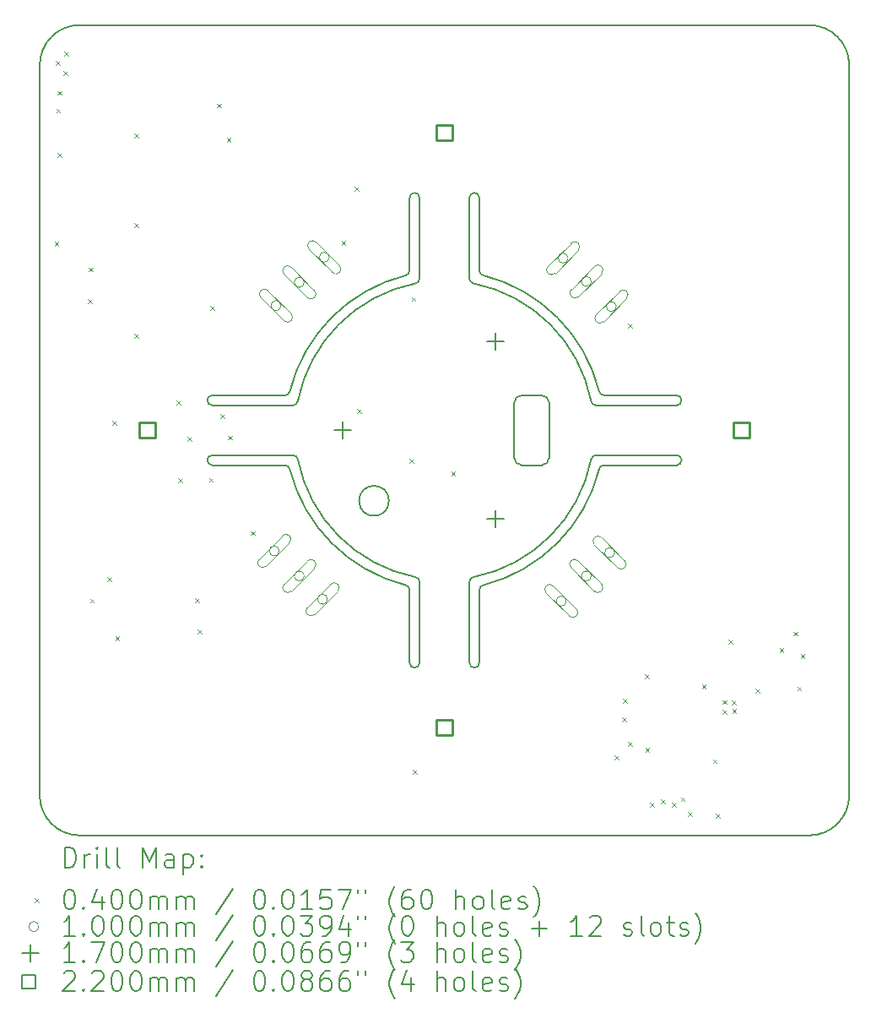
<source format=gbr>
%TF.GenerationSoftware,KiCad,Pcbnew,8.0.4*%
%TF.CreationDate,2024-09-02T15:53:17+01:00*%
%TF.ProjectId,algoritmi_foc,616c676f-7269-4746-9d69-5f666f632e6b,Andr_s Motta*%
%TF.SameCoordinates,Original*%
%TF.FileFunction,Drillmap*%
%TF.FilePolarity,Positive*%
%FSLAX45Y45*%
G04 Gerber Fmt 4.5, Leading zero omitted, Abs format (unit mm)*
G04 Created by KiCad (PCBNEW 8.0.4) date 2024-09-02 15:53:17*
%MOMM*%
%LPD*%
G01*
G04 APERTURE LIST*
%ADD10C,0.200000*%
%ADD11C,0.100000*%
%ADD12C,0.170000*%
%ADD13C,0.220000*%
G04 APERTURE END LIST*
D10*
X11311659Y-5419413D02*
G75*
G02*
X11263149Y-5381535I1J50003D01*
G01*
X10060878Y-8098433D02*
G75*
G02*
X9960878Y-8098433I-50000J0D01*
G01*
X9960878Y-3440393D02*
X9960878Y-4248723D01*
X10098756Y-4217141D02*
G75*
G02*
X10060875Y-4168632I12134J48521D01*
G01*
X6050878Y-1709413D02*
X13370878Y-1709413D01*
X12039897Y-6019413D02*
G75*
G02*
X12039897Y-6119407I3J-49997D01*
G01*
X9460878Y-4248723D02*
X9460878Y-3440393D01*
X8239242Y-5479091D02*
G75*
G02*
X9420555Y-4297778I1471635J-290322D01*
G01*
X10060878Y-7370194D02*
G75*
G02*
X10098755Y-7321682I50013J-6D01*
G01*
X8190187Y-6019413D02*
X7381858Y-6019413D01*
X9153771Y-6476520D02*
G75*
G02*
X8853771Y-6476520I-150000J0D01*
G01*
X8853771Y-6476520D02*
G75*
G02*
X9153771Y-6476520I150000J0D01*
G01*
X7381858Y-6119413D02*
G75*
G02*
X7381858Y-6019407I2J50003D01*
G01*
X8190187Y-6019413D02*
G75*
G02*
X8239234Y-6059737I3J-49987D01*
G01*
X9360878Y-3440393D02*
G75*
G02*
X9460878Y-3440393I50000J0D01*
G01*
X9420555Y-7241049D02*
G75*
G02*
X9460884Y-7290104I-9665J-49051D01*
G01*
X11182514Y-6059736D02*
G75*
G02*
X10001200Y-7241050I-1471637J290323D01*
G01*
X10760878Y-6044413D02*
G75*
G02*
X10685878Y-6119417I-74998J-7D01*
G01*
X10760878Y-6044413D02*
X10760878Y-5494413D01*
X8158605Y-5381535D02*
G75*
G02*
X9322999Y-4217141I1552272J-387878D01*
G01*
X10098756Y-4217141D02*
G75*
G02*
X11263149Y-5381535I-387876J-1552269D01*
G01*
X11263150Y-6157292D02*
G75*
G02*
X10098756Y-7321686I-1552272J387878D01*
G01*
X8239241Y-5479091D02*
G75*
G02*
X8190187Y-5519408I-49051J9681D01*
G01*
X9420555Y-7241049D02*
G75*
G02*
X8239241Y-6059736I290321J1471635D01*
G01*
X11231568Y-5519414D02*
G75*
G02*
X11182513Y-5479091I2J50004D01*
G01*
X9248878Y-9829413D02*
X6050878Y-9829413D01*
X9460878Y-4248723D02*
G75*
G02*
X9420556Y-4297783I-49998J-7D01*
G01*
X11263150Y-6157292D02*
G75*
G02*
X11311659Y-6119417I48510J-12128D01*
G01*
X10060878Y-4168632D02*
X10060878Y-3440393D01*
X5650878Y-2109413D02*
G75*
G02*
X6050878Y-1709414I399999J0D01*
G01*
X11182514Y-6059736D02*
G75*
G02*
X11231568Y-6019417I49056J-9684D01*
G01*
X11311659Y-6119413D02*
X12039897Y-6119413D01*
X9460878Y-8098433D02*
X9460878Y-7290104D01*
X9322999Y-7321686D02*
G75*
G02*
X9360883Y-7370194I-12109J-48504D01*
G01*
X12039897Y-6019413D02*
X11231568Y-6019413D01*
X8158605Y-5381535D02*
G75*
G02*
X8110097Y-5419407I-48505J12125D01*
G01*
X9460878Y-8098433D02*
G75*
G02*
X9360878Y-8098433I-50000J0D01*
G01*
X10485878Y-6119413D02*
G75*
G02*
X10410877Y-6044413I3J75003D01*
G01*
X10060878Y-8098433D02*
X10060878Y-7370194D01*
X13770878Y-2109413D02*
X13770878Y-9429413D01*
X9960878Y-3440393D02*
G75*
G02*
X10060878Y-3440393I50000J0D01*
G01*
X8110097Y-5419413D02*
X7381858Y-5419413D01*
X10001200Y-4297777D02*
G75*
G02*
X11182513Y-5479091I-290324J-1471637D01*
G01*
X11231568Y-5519413D02*
X12039897Y-5519413D01*
X9360878Y-3440393D02*
X9360878Y-4168632D01*
X13770878Y-9429413D02*
G75*
G02*
X13370878Y-9829418I-399998J-7D01*
G01*
X9322999Y-7321686D02*
G75*
G02*
X8158604Y-6157292I387881J1552276D01*
G01*
X9360878Y-4168632D02*
G75*
G02*
X9323000Y-4217146I-49998J-8D01*
G01*
X7381858Y-6119413D02*
X8110097Y-6119413D01*
X10685878Y-5419413D02*
X10485878Y-5419413D01*
X9960877Y-7290104D02*
G75*
G02*
X10001201Y-7241053I50003J-6D01*
G01*
X12039897Y-5419413D02*
G75*
G02*
X12039897Y-5519407I3J-49997D01*
G01*
X13370878Y-9829413D02*
X9248878Y-9829413D01*
X8110097Y-6119413D02*
G75*
G02*
X8158606Y-6157292I3J-49997D01*
G01*
X7381858Y-5519413D02*
X8190187Y-5519413D01*
X5650878Y-9429413D02*
X5650878Y-2109413D01*
X10685878Y-5419413D02*
G75*
G02*
X10760877Y-5494413I3J-74997D01*
G01*
X10485878Y-6119413D02*
X10685878Y-6119413D01*
X10001200Y-4297777D02*
G75*
G02*
X9960885Y-4248723I9690J49057D01*
G01*
X6050878Y-9829413D02*
G75*
G02*
X5650877Y-9429413I2J400003D01*
G01*
X9960878Y-7290104D02*
X9960878Y-8098433D01*
X9360878Y-7370194D02*
X9360878Y-8098433D01*
X10410878Y-5494413D02*
G75*
G02*
X10485878Y-5419418I75003J-7D01*
G01*
X13370878Y-1709413D02*
G75*
G02*
X13770877Y-2109413I2J-399997D01*
G01*
X10410878Y-5494413D02*
X10410878Y-6044413D01*
X12039897Y-5419413D02*
X11311659Y-5419413D01*
X7381858Y-5519413D02*
G75*
G02*
X7381858Y-5419407I2J50003D01*
G01*
D11*
X5800000Y-3880000D02*
X5840000Y-3920000D01*
X5840000Y-3880000D02*
X5800000Y-3920000D01*
X5813720Y-2066256D02*
X5853720Y-2106256D01*
X5853720Y-2066256D02*
X5813720Y-2106256D01*
X5815720Y-2546256D02*
X5855720Y-2586256D01*
X5855720Y-2546256D02*
X5815720Y-2586256D01*
X5826720Y-2370256D02*
X5866720Y-2410256D01*
X5866720Y-2370256D02*
X5826720Y-2410256D01*
X5826720Y-2990256D02*
X5866720Y-3030256D01*
X5866720Y-2990256D02*
X5826720Y-3030256D01*
X5885720Y-2171256D02*
X5925720Y-2211256D01*
X5925720Y-2171256D02*
X5885720Y-2211256D01*
X5897720Y-1977256D02*
X5937720Y-2017256D01*
X5937720Y-1977256D02*
X5897720Y-2017256D01*
X6133720Y-4458944D02*
X6173720Y-4498944D01*
X6173720Y-4458944D02*
X6133720Y-4498944D01*
X6143720Y-4138256D02*
X6183720Y-4178256D01*
X6183720Y-4138256D02*
X6143720Y-4178256D01*
X6155352Y-7458624D02*
X6195352Y-7498624D01*
X6195352Y-7458624D02*
X6155352Y-7498624D01*
X6329720Y-7240256D02*
X6369720Y-7280256D01*
X6369720Y-7240256D02*
X6329720Y-7280256D01*
X6378720Y-5678256D02*
X6418720Y-5718256D01*
X6418720Y-5678256D02*
X6378720Y-5718256D01*
X6409720Y-7834256D02*
X6449720Y-7874256D01*
X6449720Y-7834256D02*
X6409720Y-7874256D01*
X6597720Y-2795256D02*
X6637720Y-2835256D01*
X6637720Y-2795256D02*
X6597720Y-2835256D01*
X6597720Y-3693256D02*
X6637720Y-3733256D01*
X6637720Y-3693256D02*
X6597720Y-3733256D01*
X6601720Y-4802256D02*
X6641720Y-4842256D01*
X6641720Y-4802256D02*
X6601720Y-4842256D01*
X7020720Y-5471256D02*
X7060720Y-5511256D01*
X7060720Y-5471256D02*
X7020720Y-5511256D01*
X7036720Y-6248256D02*
X7076720Y-6288256D01*
X7076720Y-6248256D02*
X7036720Y-6288256D01*
X7134720Y-5839256D02*
X7174720Y-5879256D01*
X7174720Y-5839256D02*
X7134720Y-5879256D01*
X7206652Y-7455187D02*
X7246652Y-7495187D01*
X7246652Y-7455187D02*
X7206652Y-7495187D01*
X7231720Y-7768256D02*
X7271720Y-7808256D01*
X7271720Y-7768256D02*
X7231720Y-7808256D01*
X7348720Y-6246256D02*
X7388720Y-6286256D01*
X7388720Y-6246256D02*
X7348720Y-6286256D01*
X7362720Y-4524256D02*
X7402720Y-4564256D01*
X7402720Y-4524256D02*
X7362720Y-4564256D01*
X7426720Y-2496256D02*
X7466720Y-2536256D01*
X7466720Y-2496256D02*
X7426720Y-2536256D01*
X7463720Y-5607256D02*
X7503720Y-5647256D01*
X7503720Y-5607256D02*
X7463720Y-5647256D01*
X7526720Y-2838256D02*
X7566720Y-2878256D01*
X7566720Y-2838256D02*
X7526720Y-2878256D01*
X7541720Y-5824256D02*
X7581720Y-5864256D01*
X7581720Y-5824256D02*
X7541720Y-5864256D01*
X7767720Y-6781256D02*
X7807720Y-6821256D01*
X7807720Y-6781256D02*
X7767720Y-6821256D01*
X8677720Y-3869256D02*
X8717720Y-3909256D01*
X8717720Y-3869256D02*
X8677720Y-3909256D01*
X8806720Y-3332256D02*
X8846720Y-3372256D01*
X8846720Y-3332256D02*
X8806720Y-3372256D01*
X8833720Y-5554256D02*
X8873720Y-5594256D01*
X8873720Y-5554256D02*
X8833720Y-5594256D01*
X9361720Y-6055256D02*
X9401720Y-6095256D01*
X9401720Y-6055256D02*
X9361720Y-6095256D01*
X9379720Y-4435256D02*
X9419720Y-4475256D01*
X9419720Y-4435256D02*
X9379720Y-4475256D01*
X9392720Y-9173256D02*
X9432720Y-9213256D01*
X9432720Y-9173256D02*
X9392720Y-9213256D01*
X9779720Y-6181256D02*
X9819720Y-6221256D01*
X9819720Y-6181256D02*
X9779720Y-6221256D01*
X11417720Y-9031256D02*
X11457720Y-9071256D01*
X11457720Y-9031256D02*
X11417720Y-9071256D01*
X11490720Y-8647256D02*
X11530720Y-8687256D01*
X11530720Y-8647256D02*
X11490720Y-8687256D01*
X11503720Y-8460256D02*
X11543720Y-8500256D01*
X11543720Y-8460256D02*
X11503720Y-8500256D01*
X11552720Y-8893256D02*
X11592720Y-8933256D01*
X11592720Y-8893256D02*
X11552720Y-8933256D01*
X11554720Y-4701256D02*
X11594720Y-4741256D01*
X11594720Y-4701256D02*
X11554720Y-4741256D01*
X11722720Y-8213256D02*
X11762720Y-8253256D01*
X11762720Y-8213256D02*
X11722720Y-8253256D01*
X11726720Y-8950256D02*
X11766720Y-8990256D01*
X11766720Y-8950256D02*
X11726720Y-8990256D01*
X11769720Y-9505256D02*
X11809720Y-9545256D01*
X11809720Y-9505256D02*
X11769720Y-9545256D01*
X11880720Y-9470256D02*
X11920720Y-9510256D01*
X11920720Y-9470256D02*
X11880720Y-9510256D01*
X11991720Y-9504256D02*
X12031720Y-9544256D01*
X12031720Y-9504256D02*
X11991720Y-9544256D01*
X12082720Y-9448256D02*
X12122720Y-9488256D01*
X12122720Y-9448256D02*
X12082720Y-9488256D01*
X12152720Y-9598256D02*
X12192720Y-9638256D01*
X12192720Y-9598256D02*
X12152720Y-9638256D01*
X12293720Y-8319256D02*
X12333720Y-8359256D01*
X12333720Y-8319256D02*
X12293720Y-8359256D01*
X12402720Y-9067256D02*
X12442720Y-9107256D01*
X12442720Y-9067256D02*
X12402720Y-9107256D01*
X12433720Y-9615256D02*
X12473720Y-9655256D01*
X12473720Y-9615256D02*
X12433720Y-9655256D01*
X12498720Y-8573113D02*
X12538720Y-8613113D01*
X12538720Y-8573113D02*
X12498720Y-8613113D01*
X12503151Y-8474256D02*
X12543151Y-8514256D01*
X12543151Y-8474256D02*
X12503151Y-8514256D01*
X12561720Y-7871256D02*
X12601720Y-7911256D01*
X12601720Y-7871256D02*
X12561720Y-7911256D01*
X12593720Y-8479256D02*
X12633720Y-8519256D01*
X12633720Y-8479256D02*
X12593720Y-8519256D01*
X12598720Y-8563395D02*
X12638720Y-8603395D01*
X12638720Y-8563395D02*
X12598720Y-8603395D01*
X12833720Y-8359256D02*
X12873720Y-8399256D01*
X12873720Y-8359256D02*
X12833720Y-8399256D01*
X13071720Y-7951256D02*
X13111720Y-7991256D01*
X13111720Y-7951256D02*
X13071720Y-7991256D01*
X13211720Y-7787256D02*
X13251720Y-7827256D01*
X13251720Y-7787256D02*
X13211720Y-7827256D01*
X13250720Y-8339256D02*
X13290720Y-8379256D01*
X13290720Y-8339256D02*
X13250720Y-8379256D01*
X13282720Y-8015256D02*
X13322720Y-8055256D01*
X13322720Y-8015256D02*
X13282720Y-8055256D01*
X8053352Y-6978888D02*
G75*
G02*
X7953352Y-6978888I-50000J0D01*
G01*
X7953352Y-6978888D02*
G75*
G02*
X8053352Y-6978888I50000J0D01*
G01*
X7922035Y-7130916D02*
X8155380Y-6897570D01*
X8084669Y-6826860D02*
G75*
G02*
X8155380Y-6897570I35355J-35355D01*
G01*
X8084669Y-6826860D02*
X7851324Y-7060205D01*
X7851324Y-7060205D02*
G75*
G03*
X7922035Y-7130916I35355J-35355D01*
G01*
X8070536Y-4520440D02*
G75*
G02*
X7970536Y-4520440I-50000J0D01*
G01*
X7970536Y-4520440D02*
G75*
G02*
X8070536Y-4520440I50000J0D01*
G01*
X7868508Y-4439123D02*
X8101853Y-4672468D01*
X8172564Y-4601757D02*
G75*
G02*
X8101853Y-4672468I-35355J-35355D01*
G01*
X8172564Y-4601757D02*
X7939219Y-4368412D01*
X7939219Y-4368412D02*
G75*
G03*
X7868508Y-4439123I-35355J-35355D01*
G01*
X8303881Y-4287095D02*
G75*
G02*
X8203881Y-4287095I-50000J0D01*
G01*
X8203881Y-4287095D02*
G75*
G02*
X8303881Y-4287095I50000J0D01*
G01*
X8101853Y-4205777D02*
X8335199Y-4439123D01*
X8405909Y-4368412D02*
G75*
G02*
X8335199Y-4439123I-35355J-35355D01*
G01*
X8405910Y-4368412D02*
X8172564Y-4135067D01*
X8172564Y-4135067D02*
G75*
G03*
X8101854Y-4205777I-35355J-35355D01*
G01*
X8304375Y-7229911D02*
G75*
G02*
X8204375Y-7229911I-50000J0D01*
G01*
X8204375Y-7229911D02*
G75*
G02*
X8304375Y-7229911I50000J0D01*
G01*
X8173058Y-7381939D02*
X8406403Y-7148593D01*
X8335692Y-7077883D02*
G75*
G02*
X8406403Y-7148593I35355J-35355D01*
G01*
X8335692Y-7077883D02*
X8102347Y-7311228D01*
X8102347Y-7311228D02*
G75*
G03*
X8173058Y-7381938I35355J-35355D01*
G01*
X8537720Y-7463256D02*
G75*
G02*
X8437720Y-7463256I-50000J0D01*
G01*
X8437720Y-7463256D02*
G75*
G02*
X8537720Y-7463256I50000J0D01*
G01*
X8406403Y-7615284D02*
X8639748Y-7381939D01*
X8569038Y-7311228D02*
G75*
G02*
X8639748Y-7381939I35355J-35355D01*
G01*
X8569038Y-7311228D02*
X8335692Y-7544573D01*
X8335692Y-7544573D02*
G75*
G03*
X8406403Y-7615284I35355J-35355D01*
G01*
X8554904Y-4036072D02*
G75*
G02*
X8454904Y-4036072I-50000J0D01*
G01*
X8454904Y-4036072D02*
G75*
G02*
X8554904Y-4036072I50000J0D01*
G01*
X8352876Y-3954754D02*
X8586222Y-4188100D01*
X8656932Y-4117389D02*
G75*
G02*
X8586222Y-4188100I-35355J-35355D01*
G01*
X8656932Y-4117389D02*
X8423587Y-3884044D01*
X8423587Y-3884044D02*
G75*
G03*
X8352876Y-3954754I-35355J-35355D01*
G01*
X10932675Y-7480933D02*
G75*
G02*
X10832675Y-7480933I-50000J0D01*
G01*
X10832675Y-7480933D02*
G75*
G02*
X10932675Y-7480933I50000J0D01*
G01*
X11034703Y-7562251D02*
X10801357Y-7328905D01*
X10730647Y-7399616D02*
G75*
G02*
X10801357Y-7328906I35355J35355D01*
G01*
X10730647Y-7399616D02*
X10963992Y-7632961D01*
X10963992Y-7632961D02*
G75*
G03*
X11034702Y-7562251I35355J35355D01*
G01*
X10950352Y-4044888D02*
G75*
G02*
X10850352Y-4044888I-50000J0D01*
G01*
X10850352Y-4044888D02*
G75*
G02*
X10950352Y-4044888I50000J0D01*
G01*
X10981669Y-3892860D02*
X10748324Y-4126205D01*
X10819035Y-4196916D02*
G75*
G02*
X10748324Y-4126205I-35355J35355D01*
G01*
X10819035Y-4196916D02*
X11052380Y-3963570D01*
X11052380Y-3963570D02*
G75*
G03*
X10981669Y-3892860I-35355J35355D01*
G01*
X11183697Y-4278233D02*
G75*
G02*
X11083697Y-4278233I-50000J0D01*
G01*
X11083697Y-4278233D02*
G75*
G02*
X11183697Y-4278233I50000J0D01*
G01*
X11215015Y-4126205D02*
X10981669Y-4359550D01*
X11052380Y-4430261D02*
G75*
G02*
X10981670Y-4359550I-35355J35355D01*
G01*
X11052380Y-4430261D02*
X11285725Y-4196916D01*
X11285725Y-4196916D02*
G75*
G03*
X11215015Y-4126205I-35355J35355D01*
G01*
X11183697Y-7229911D02*
G75*
G02*
X11083697Y-7229911I-50000J0D01*
G01*
X11083697Y-7229911D02*
G75*
G02*
X11183697Y-7229911I50000J0D01*
G01*
X11285725Y-7311228D02*
X11052380Y-7077883D01*
X10981670Y-7148593D02*
G75*
G02*
X11052380Y-7077883I35355J35355D01*
G01*
X10981669Y-7148593D02*
X11215015Y-7381939D01*
X11215015Y-7381938D02*
G75*
G03*
X11285725Y-7311228I35355J35355D01*
G01*
X11417043Y-6996565D02*
G75*
G02*
X11317043Y-6996565I-50000J0D01*
G01*
X11317043Y-6996565D02*
G75*
G02*
X11417043Y-6996565I50000J0D01*
G01*
X11519071Y-7077883D02*
X11285725Y-6844537D01*
X11215015Y-6915248D02*
G75*
G02*
X11285725Y-6844537I35355J35355D01*
G01*
X11215015Y-6915248D02*
X11448360Y-7148593D01*
X11448360Y-7148593D02*
G75*
G03*
X11519071Y-7077883I35355J35355D01*
G01*
X11434720Y-4529256D02*
G75*
G02*
X11334720Y-4529256I-50000J0D01*
G01*
X11334720Y-4529256D02*
G75*
G02*
X11434720Y-4529256I50000J0D01*
G01*
X11466038Y-4377228D02*
X11232692Y-4610573D01*
X11303403Y-4681284D02*
G75*
G02*
X11232692Y-4610573I-35355J35355D01*
G01*
X11303403Y-4681284D02*
X11536748Y-4447939D01*
X11536748Y-4447939D02*
G75*
G03*
X11466038Y-4377228I-35355J35355D01*
G01*
D12*
X8685792Y-5684413D02*
X8685792Y-5854413D01*
X8600792Y-5769413D02*
X8770792Y-5769413D01*
X10223420Y-4796663D02*
X10223420Y-4966663D01*
X10138420Y-4881663D02*
X10308420Y-4881663D01*
X10223420Y-6572163D02*
X10223420Y-6742163D01*
X10138420Y-6657163D02*
X10308420Y-6657163D01*
D13*
X6808660Y-5847196D02*
X6808660Y-5691631D01*
X6653095Y-5691631D01*
X6653095Y-5847196D01*
X6808660Y-5847196D01*
X9788660Y-2867196D02*
X9788660Y-2711631D01*
X9633095Y-2711631D01*
X9633095Y-2867196D01*
X9788660Y-2867196D01*
X9788660Y-8827196D02*
X9788660Y-8671631D01*
X9633095Y-8671631D01*
X9633095Y-8827196D01*
X9788660Y-8827196D01*
X12768660Y-5847196D02*
X12768660Y-5691631D01*
X12613095Y-5691631D01*
X12613095Y-5847196D01*
X12768660Y-5847196D01*
D10*
X5901654Y-10150901D02*
X5901654Y-9950901D01*
X5901654Y-9950901D02*
X5949273Y-9950901D01*
X5949273Y-9950901D02*
X5977845Y-9960425D01*
X5977845Y-9960425D02*
X5996893Y-9979473D01*
X5996893Y-9979473D02*
X6006416Y-9998520D01*
X6006416Y-9998520D02*
X6015940Y-10036616D01*
X6015940Y-10036616D02*
X6015940Y-10065187D01*
X6015940Y-10065187D02*
X6006416Y-10103282D01*
X6006416Y-10103282D02*
X5996893Y-10122330D01*
X5996893Y-10122330D02*
X5977845Y-10141378D01*
X5977845Y-10141378D02*
X5949273Y-10150901D01*
X5949273Y-10150901D02*
X5901654Y-10150901D01*
X6101654Y-10150901D02*
X6101654Y-10017568D01*
X6101654Y-10055663D02*
X6111178Y-10036616D01*
X6111178Y-10036616D02*
X6120702Y-10027092D01*
X6120702Y-10027092D02*
X6139750Y-10017568D01*
X6139750Y-10017568D02*
X6158797Y-10017568D01*
X6225464Y-10150901D02*
X6225464Y-10017568D01*
X6225464Y-9950901D02*
X6215940Y-9960425D01*
X6215940Y-9960425D02*
X6225464Y-9969949D01*
X6225464Y-9969949D02*
X6234988Y-9960425D01*
X6234988Y-9960425D02*
X6225464Y-9950901D01*
X6225464Y-9950901D02*
X6225464Y-9969949D01*
X6349273Y-10150901D02*
X6330226Y-10141378D01*
X6330226Y-10141378D02*
X6320702Y-10122330D01*
X6320702Y-10122330D02*
X6320702Y-9950901D01*
X6454035Y-10150901D02*
X6434988Y-10141378D01*
X6434988Y-10141378D02*
X6425464Y-10122330D01*
X6425464Y-10122330D02*
X6425464Y-9950901D01*
X6682607Y-10150901D02*
X6682607Y-9950901D01*
X6682607Y-9950901D02*
X6749274Y-10093759D01*
X6749274Y-10093759D02*
X6815940Y-9950901D01*
X6815940Y-9950901D02*
X6815940Y-10150901D01*
X6996893Y-10150901D02*
X6996893Y-10046140D01*
X6996893Y-10046140D02*
X6987369Y-10027092D01*
X6987369Y-10027092D02*
X6968321Y-10017568D01*
X6968321Y-10017568D02*
X6930226Y-10017568D01*
X6930226Y-10017568D02*
X6911178Y-10027092D01*
X6996893Y-10141378D02*
X6977845Y-10150901D01*
X6977845Y-10150901D02*
X6930226Y-10150901D01*
X6930226Y-10150901D02*
X6911178Y-10141378D01*
X6911178Y-10141378D02*
X6901654Y-10122330D01*
X6901654Y-10122330D02*
X6901654Y-10103282D01*
X6901654Y-10103282D02*
X6911178Y-10084235D01*
X6911178Y-10084235D02*
X6930226Y-10074711D01*
X6930226Y-10074711D02*
X6977845Y-10074711D01*
X6977845Y-10074711D02*
X6996893Y-10065187D01*
X7092131Y-10017568D02*
X7092131Y-10217568D01*
X7092131Y-10027092D02*
X7111178Y-10017568D01*
X7111178Y-10017568D02*
X7149274Y-10017568D01*
X7149274Y-10017568D02*
X7168321Y-10027092D01*
X7168321Y-10027092D02*
X7177845Y-10036616D01*
X7177845Y-10036616D02*
X7187369Y-10055663D01*
X7187369Y-10055663D02*
X7187369Y-10112806D01*
X7187369Y-10112806D02*
X7177845Y-10131854D01*
X7177845Y-10131854D02*
X7168321Y-10141378D01*
X7168321Y-10141378D02*
X7149274Y-10150901D01*
X7149274Y-10150901D02*
X7111178Y-10150901D01*
X7111178Y-10150901D02*
X7092131Y-10141378D01*
X7273083Y-10131854D02*
X7282607Y-10141378D01*
X7282607Y-10141378D02*
X7273083Y-10150901D01*
X7273083Y-10150901D02*
X7263559Y-10141378D01*
X7263559Y-10141378D02*
X7273083Y-10131854D01*
X7273083Y-10131854D02*
X7273083Y-10150901D01*
X7273083Y-10027092D02*
X7282607Y-10036616D01*
X7282607Y-10036616D02*
X7273083Y-10046140D01*
X7273083Y-10046140D02*
X7263559Y-10036616D01*
X7263559Y-10036616D02*
X7273083Y-10027092D01*
X7273083Y-10027092D02*
X7273083Y-10046140D01*
D11*
X5600878Y-10459418D02*
X5640878Y-10499418D01*
X5640878Y-10459418D02*
X5600878Y-10499418D01*
D10*
X5939750Y-10370901D02*
X5958797Y-10370901D01*
X5958797Y-10370901D02*
X5977845Y-10380425D01*
X5977845Y-10380425D02*
X5987369Y-10389949D01*
X5987369Y-10389949D02*
X5996893Y-10408997D01*
X5996893Y-10408997D02*
X6006416Y-10447092D01*
X6006416Y-10447092D02*
X6006416Y-10494711D01*
X6006416Y-10494711D02*
X5996893Y-10532806D01*
X5996893Y-10532806D02*
X5987369Y-10551854D01*
X5987369Y-10551854D02*
X5977845Y-10561378D01*
X5977845Y-10561378D02*
X5958797Y-10570901D01*
X5958797Y-10570901D02*
X5939750Y-10570901D01*
X5939750Y-10570901D02*
X5920702Y-10561378D01*
X5920702Y-10561378D02*
X5911178Y-10551854D01*
X5911178Y-10551854D02*
X5901654Y-10532806D01*
X5901654Y-10532806D02*
X5892131Y-10494711D01*
X5892131Y-10494711D02*
X5892131Y-10447092D01*
X5892131Y-10447092D02*
X5901654Y-10408997D01*
X5901654Y-10408997D02*
X5911178Y-10389949D01*
X5911178Y-10389949D02*
X5920702Y-10380425D01*
X5920702Y-10380425D02*
X5939750Y-10370901D01*
X6092131Y-10551854D02*
X6101654Y-10561378D01*
X6101654Y-10561378D02*
X6092131Y-10570901D01*
X6092131Y-10570901D02*
X6082607Y-10561378D01*
X6082607Y-10561378D02*
X6092131Y-10551854D01*
X6092131Y-10551854D02*
X6092131Y-10570901D01*
X6273083Y-10437568D02*
X6273083Y-10570901D01*
X6225464Y-10361378D02*
X6177845Y-10504235D01*
X6177845Y-10504235D02*
X6301654Y-10504235D01*
X6415940Y-10370901D02*
X6434988Y-10370901D01*
X6434988Y-10370901D02*
X6454035Y-10380425D01*
X6454035Y-10380425D02*
X6463559Y-10389949D01*
X6463559Y-10389949D02*
X6473083Y-10408997D01*
X6473083Y-10408997D02*
X6482607Y-10447092D01*
X6482607Y-10447092D02*
X6482607Y-10494711D01*
X6482607Y-10494711D02*
X6473083Y-10532806D01*
X6473083Y-10532806D02*
X6463559Y-10551854D01*
X6463559Y-10551854D02*
X6454035Y-10561378D01*
X6454035Y-10561378D02*
X6434988Y-10570901D01*
X6434988Y-10570901D02*
X6415940Y-10570901D01*
X6415940Y-10570901D02*
X6396893Y-10561378D01*
X6396893Y-10561378D02*
X6387369Y-10551854D01*
X6387369Y-10551854D02*
X6377845Y-10532806D01*
X6377845Y-10532806D02*
X6368321Y-10494711D01*
X6368321Y-10494711D02*
X6368321Y-10447092D01*
X6368321Y-10447092D02*
X6377845Y-10408997D01*
X6377845Y-10408997D02*
X6387369Y-10389949D01*
X6387369Y-10389949D02*
X6396893Y-10380425D01*
X6396893Y-10380425D02*
X6415940Y-10370901D01*
X6606416Y-10370901D02*
X6625464Y-10370901D01*
X6625464Y-10370901D02*
X6644512Y-10380425D01*
X6644512Y-10380425D02*
X6654035Y-10389949D01*
X6654035Y-10389949D02*
X6663559Y-10408997D01*
X6663559Y-10408997D02*
X6673083Y-10447092D01*
X6673083Y-10447092D02*
X6673083Y-10494711D01*
X6673083Y-10494711D02*
X6663559Y-10532806D01*
X6663559Y-10532806D02*
X6654035Y-10551854D01*
X6654035Y-10551854D02*
X6644512Y-10561378D01*
X6644512Y-10561378D02*
X6625464Y-10570901D01*
X6625464Y-10570901D02*
X6606416Y-10570901D01*
X6606416Y-10570901D02*
X6587369Y-10561378D01*
X6587369Y-10561378D02*
X6577845Y-10551854D01*
X6577845Y-10551854D02*
X6568321Y-10532806D01*
X6568321Y-10532806D02*
X6558797Y-10494711D01*
X6558797Y-10494711D02*
X6558797Y-10447092D01*
X6558797Y-10447092D02*
X6568321Y-10408997D01*
X6568321Y-10408997D02*
X6577845Y-10389949D01*
X6577845Y-10389949D02*
X6587369Y-10380425D01*
X6587369Y-10380425D02*
X6606416Y-10370901D01*
X6758797Y-10570901D02*
X6758797Y-10437568D01*
X6758797Y-10456616D02*
X6768321Y-10447092D01*
X6768321Y-10447092D02*
X6787369Y-10437568D01*
X6787369Y-10437568D02*
X6815940Y-10437568D01*
X6815940Y-10437568D02*
X6834988Y-10447092D01*
X6834988Y-10447092D02*
X6844512Y-10466140D01*
X6844512Y-10466140D02*
X6844512Y-10570901D01*
X6844512Y-10466140D02*
X6854035Y-10447092D01*
X6854035Y-10447092D02*
X6873083Y-10437568D01*
X6873083Y-10437568D02*
X6901654Y-10437568D01*
X6901654Y-10437568D02*
X6920702Y-10447092D01*
X6920702Y-10447092D02*
X6930226Y-10466140D01*
X6930226Y-10466140D02*
X6930226Y-10570901D01*
X7025464Y-10570901D02*
X7025464Y-10437568D01*
X7025464Y-10456616D02*
X7034988Y-10447092D01*
X7034988Y-10447092D02*
X7054035Y-10437568D01*
X7054035Y-10437568D02*
X7082607Y-10437568D01*
X7082607Y-10437568D02*
X7101655Y-10447092D01*
X7101655Y-10447092D02*
X7111178Y-10466140D01*
X7111178Y-10466140D02*
X7111178Y-10570901D01*
X7111178Y-10466140D02*
X7120702Y-10447092D01*
X7120702Y-10447092D02*
X7139750Y-10437568D01*
X7139750Y-10437568D02*
X7168321Y-10437568D01*
X7168321Y-10437568D02*
X7187369Y-10447092D01*
X7187369Y-10447092D02*
X7196893Y-10466140D01*
X7196893Y-10466140D02*
X7196893Y-10570901D01*
X7587369Y-10361378D02*
X7415940Y-10618520D01*
X7844512Y-10370901D02*
X7863559Y-10370901D01*
X7863559Y-10370901D02*
X7882607Y-10380425D01*
X7882607Y-10380425D02*
X7892131Y-10389949D01*
X7892131Y-10389949D02*
X7901655Y-10408997D01*
X7901655Y-10408997D02*
X7911178Y-10447092D01*
X7911178Y-10447092D02*
X7911178Y-10494711D01*
X7911178Y-10494711D02*
X7901655Y-10532806D01*
X7901655Y-10532806D02*
X7892131Y-10551854D01*
X7892131Y-10551854D02*
X7882607Y-10561378D01*
X7882607Y-10561378D02*
X7863559Y-10570901D01*
X7863559Y-10570901D02*
X7844512Y-10570901D01*
X7844512Y-10570901D02*
X7825464Y-10561378D01*
X7825464Y-10561378D02*
X7815940Y-10551854D01*
X7815940Y-10551854D02*
X7806417Y-10532806D01*
X7806417Y-10532806D02*
X7796893Y-10494711D01*
X7796893Y-10494711D02*
X7796893Y-10447092D01*
X7796893Y-10447092D02*
X7806417Y-10408997D01*
X7806417Y-10408997D02*
X7815940Y-10389949D01*
X7815940Y-10389949D02*
X7825464Y-10380425D01*
X7825464Y-10380425D02*
X7844512Y-10370901D01*
X7996893Y-10551854D02*
X8006417Y-10561378D01*
X8006417Y-10561378D02*
X7996893Y-10570901D01*
X7996893Y-10570901D02*
X7987369Y-10561378D01*
X7987369Y-10561378D02*
X7996893Y-10551854D01*
X7996893Y-10551854D02*
X7996893Y-10570901D01*
X8130226Y-10370901D02*
X8149274Y-10370901D01*
X8149274Y-10370901D02*
X8168321Y-10380425D01*
X8168321Y-10380425D02*
X8177845Y-10389949D01*
X8177845Y-10389949D02*
X8187369Y-10408997D01*
X8187369Y-10408997D02*
X8196893Y-10447092D01*
X8196893Y-10447092D02*
X8196893Y-10494711D01*
X8196893Y-10494711D02*
X8187369Y-10532806D01*
X8187369Y-10532806D02*
X8177845Y-10551854D01*
X8177845Y-10551854D02*
X8168321Y-10561378D01*
X8168321Y-10561378D02*
X8149274Y-10570901D01*
X8149274Y-10570901D02*
X8130226Y-10570901D01*
X8130226Y-10570901D02*
X8111178Y-10561378D01*
X8111178Y-10561378D02*
X8101655Y-10551854D01*
X8101655Y-10551854D02*
X8092131Y-10532806D01*
X8092131Y-10532806D02*
X8082607Y-10494711D01*
X8082607Y-10494711D02*
X8082607Y-10447092D01*
X8082607Y-10447092D02*
X8092131Y-10408997D01*
X8092131Y-10408997D02*
X8101655Y-10389949D01*
X8101655Y-10389949D02*
X8111178Y-10380425D01*
X8111178Y-10380425D02*
X8130226Y-10370901D01*
X8387369Y-10570901D02*
X8273083Y-10570901D01*
X8330226Y-10570901D02*
X8330226Y-10370901D01*
X8330226Y-10370901D02*
X8311178Y-10399473D01*
X8311178Y-10399473D02*
X8292131Y-10418520D01*
X8292131Y-10418520D02*
X8273083Y-10428044D01*
X8568321Y-10370901D02*
X8473083Y-10370901D01*
X8473083Y-10370901D02*
X8463560Y-10466140D01*
X8463560Y-10466140D02*
X8473083Y-10456616D01*
X8473083Y-10456616D02*
X8492131Y-10447092D01*
X8492131Y-10447092D02*
X8539750Y-10447092D01*
X8539750Y-10447092D02*
X8558798Y-10456616D01*
X8558798Y-10456616D02*
X8568321Y-10466140D01*
X8568321Y-10466140D02*
X8577845Y-10485187D01*
X8577845Y-10485187D02*
X8577845Y-10532806D01*
X8577845Y-10532806D02*
X8568321Y-10551854D01*
X8568321Y-10551854D02*
X8558798Y-10561378D01*
X8558798Y-10561378D02*
X8539750Y-10570901D01*
X8539750Y-10570901D02*
X8492131Y-10570901D01*
X8492131Y-10570901D02*
X8473083Y-10561378D01*
X8473083Y-10561378D02*
X8463560Y-10551854D01*
X8644512Y-10370901D02*
X8777845Y-10370901D01*
X8777845Y-10370901D02*
X8692131Y-10570901D01*
X8844512Y-10370901D02*
X8844512Y-10408997D01*
X8920702Y-10370901D02*
X8920702Y-10408997D01*
X9215941Y-10647092D02*
X9206417Y-10637568D01*
X9206417Y-10637568D02*
X9187369Y-10608997D01*
X9187369Y-10608997D02*
X9177845Y-10589949D01*
X9177845Y-10589949D02*
X9168322Y-10561378D01*
X9168322Y-10561378D02*
X9158798Y-10513759D01*
X9158798Y-10513759D02*
X9158798Y-10475663D01*
X9158798Y-10475663D02*
X9168322Y-10428044D01*
X9168322Y-10428044D02*
X9177845Y-10399473D01*
X9177845Y-10399473D02*
X9187369Y-10380425D01*
X9187369Y-10380425D02*
X9206417Y-10351854D01*
X9206417Y-10351854D02*
X9215941Y-10342330D01*
X9377845Y-10370901D02*
X9339750Y-10370901D01*
X9339750Y-10370901D02*
X9320702Y-10380425D01*
X9320702Y-10380425D02*
X9311179Y-10389949D01*
X9311179Y-10389949D02*
X9292131Y-10418520D01*
X9292131Y-10418520D02*
X9282607Y-10456616D01*
X9282607Y-10456616D02*
X9282607Y-10532806D01*
X9282607Y-10532806D02*
X9292131Y-10551854D01*
X9292131Y-10551854D02*
X9301655Y-10561378D01*
X9301655Y-10561378D02*
X9320702Y-10570901D01*
X9320702Y-10570901D02*
X9358798Y-10570901D01*
X9358798Y-10570901D02*
X9377845Y-10561378D01*
X9377845Y-10561378D02*
X9387369Y-10551854D01*
X9387369Y-10551854D02*
X9396893Y-10532806D01*
X9396893Y-10532806D02*
X9396893Y-10485187D01*
X9396893Y-10485187D02*
X9387369Y-10466140D01*
X9387369Y-10466140D02*
X9377845Y-10456616D01*
X9377845Y-10456616D02*
X9358798Y-10447092D01*
X9358798Y-10447092D02*
X9320702Y-10447092D01*
X9320702Y-10447092D02*
X9301655Y-10456616D01*
X9301655Y-10456616D02*
X9292131Y-10466140D01*
X9292131Y-10466140D02*
X9282607Y-10485187D01*
X9520702Y-10370901D02*
X9539750Y-10370901D01*
X9539750Y-10370901D02*
X9558798Y-10380425D01*
X9558798Y-10380425D02*
X9568322Y-10389949D01*
X9568322Y-10389949D02*
X9577845Y-10408997D01*
X9577845Y-10408997D02*
X9587369Y-10447092D01*
X9587369Y-10447092D02*
X9587369Y-10494711D01*
X9587369Y-10494711D02*
X9577845Y-10532806D01*
X9577845Y-10532806D02*
X9568322Y-10551854D01*
X9568322Y-10551854D02*
X9558798Y-10561378D01*
X9558798Y-10561378D02*
X9539750Y-10570901D01*
X9539750Y-10570901D02*
X9520702Y-10570901D01*
X9520702Y-10570901D02*
X9501655Y-10561378D01*
X9501655Y-10561378D02*
X9492131Y-10551854D01*
X9492131Y-10551854D02*
X9482607Y-10532806D01*
X9482607Y-10532806D02*
X9473083Y-10494711D01*
X9473083Y-10494711D02*
X9473083Y-10447092D01*
X9473083Y-10447092D02*
X9482607Y-10408997D01*
X9482607Y-10408997D02*
X9492131Y-10389949D01*
X9492131Y-10389949D02*
X9501655Y-10380425D01*
X9501655Y-10380425D02*
X9520702Y-10370901D01*
X9825464Y-10570901D02*
X9825464Y-10370901D01*
X9911179Y-10570901D02*
X9911179Y-10466140D01*
X9911179Y-10466140D02*
X9901655Y-10447092D01*
X9901655Y-10447092D02*
X9882607Y-10437568D01*
X9882607Y-10437568D02*
X9854036Y-10437568D01*
X9854036Y-10437568D02*
X9834988Y-10447092D01*
X9834988Y-10447092D02*
X9825464Y-10456616D01*
X10034988Y-10570901D02*
X10015941Y-10561378D01*
X10015941Y-10561378D02*
X10006417Y-10551854D01*
X10006417Y-10551854D02*
X9996893Y-10532806D01*
X9996893Y-10532806D02*
X9996893Y-10475663D01*
X9996893Y-10475663D02*
X10006417Y-10456616D01*
X10006417Y-10456616D02*
X10015941Y-10447092D01*
X10015941Y-10447092D02*
X10034988Y-10437568D01*
X10034988Y-10437568D02*
X10063560Y-10437568D01*
X10063560Y-10437568D02*
X10082607Y-10447092D01*
X10082607Y-10447092D02*
X10092131Y-10456616D01*
X10092131Y-10456616D02*
X10101655Y-10475663D01*
X10101655Y-10475663D02*
X10101655Y-10532806D01*
X10101655Y-10532806D02*
X10092131Y-10551854D01*
X10092131Y-10551854D02*
X10082607Y-10561378D01*
X10082607Y-10561378D02*
X10063560Y-10570901D01*
X10063560Y-10570901D02*
X10034988Y-10570901D01*
X10215941Y-10570901D02*
X10196893Y-10561378D01*
X10196893Y-10561378D02*
X10187369Y-10542330D01*
X10187369Y-10542330D02*
X10187369Y-10370901D01*
X10368322Y-10561378D02*
X10349274Y-10570901D01*
X10349274Y-10570901D02*
X10311179Y-10570901D01*
X10311179Y-10570901D02*
X10292131Y-10561378D01*
X10292131Y-10561378D02*
X10282607Y-10542330D01*
X10282607Y-10542330D02*
X10282607Y-10466140D01*
X10282607Y-10466140D02*
X10292131Y-10447092D01*
X10292131Y-10447092D02*
X10311179Y-10437568D01*
X10311179Y-10437568D02*
X10349274Y-10437568D01*
X10349274Y-10437568D02*
X10368322Y-10447092D01*
X10368322Y-10447092D02*
X10377845Y-10466140D01*
X10377845Y-10466140D02*
X10377845Y-10485187D01*
X10377845Y-10485187D02*
X10282607Y-10504235D01*
X10454036Y-10561378D02*
X10473084Y-10570901D01*
X10473084Y-10570901D02*
X10511179Y-10570901D01*
X10511179Y-10570901D02*
X10530226Y-10561378D01*
X10530226Y-10561378D02*
X10539750Y-10542330D01*
X10539750Y-10542330D02*
X10539750Y-10532806D01*
X10539750Y-10532806D02*
X10530226Y-10513759D01*
X10530226Y-10513759D02*
X10511179Y-10504235D01*
X10511179Y-10504235D02*
X10482607Y-10504235D01*
X10482607Y-10504235D02*
X10463560Y-10494711D01*
X10463560Y-10494711D02*
X10454036Y-10475663D01*
X10454036Y-10475663D02*
X10454036Y-10466140D01*
X10454036Y-10466140D02*
X10463560Y-10447092D01*
X10463560Y-10447092D02*
X10482607Y-10437568D01*
X10482607Y-10437568D02*
X10511179Y-10437568D01*
X10511179Y-10437568D02*
X10530226Y-10447092D01*
X10606417Y-10647092D02*
X10615941Y-10637568D01*
X10615941Y-10637568D02*
X10634988Y-10608997D01*
X10634988Y-10608997D02*
X10644512Y-10589949D01*
X10644512Y-10589949D02*
X10654036Y-10561378D01*
X10654036Y-10561378D02*
X10663560Y-10513759D01*
X10663560Y-10513759D02*
X10663560Y-10475663D01*
X10663560Y-10475663D02*
X10654036Y-10428044D01*
X10654036Y-10428044D02*
X10644512Y-10399473D01*
X10644512Y-10399473D02*
X10634988Y-10380425D01*
X10634988Y-10380425D02*
X10615941Y-10351854D01*
X10615941Y-10351854D02*
X10606417Y-10342330D01*
D11*
X5640878Y-10743418D02*
G75*
G02*
X5540878Y-10743418I-50000J0D01*
G01*
X5540878Y-10743418D02*
G75*
G02*
X5640878Y-10743418I50000J0D01*
G01*
D10*
X6006416Y-10834901D02*
X5892131Y-10834901D01*
X5949273Y-10834901D02*
X5949273Y-10634901D01*
X5949273Y-10634901D02*
X5930226Y-10663473D01*
X5930226Y-10663473D02*
X5911178Y-10682520D01*
X5911178Y-10682520D02*
X5892131Y-10692044D01*
X6092131Y-10815854D02*
X6101654Y-10825378D01*
X6101654Y-10825378D02*
X6092131Y-10834901D01*
X6092131Y-10834901D02*
X6082607Y-10825378D01*
X6082607Y-10825378D02*
X6092131Y-10815854D01*
X6092131Y-10815854D02*
X6092131Y-10834901D01*
X6225464Y-10634901D02*
X6244512Y-10634901D01*
X6244512Y-10634901D02*
X6263559Y-10644425D01*
X6263559Y-10644425D02*
X6273083Y-10653949D01*
X6273083Y-10653949D02*
X6282607Y-10672997D01*
X6282607Y-10672997D02*
X6292131Y-10711092D01*
X6292131Y-10711092D02*
X6292131Y-10758711D01*
X6292131Y-10758711D02*
X6282607Y-10796806D01*
X6282607Y-10796806D02*
X6273083Y-10815854D01*
X6273083Y-10815854D02*
X6263559Y-10825378D01*
X6263559Y-10825378D02*
X6244512Y-10834901D01*
X6244512Y-10834901D02*
X6225464Y-10834901D01*
X6225464Y-10834901D02*
X6206416Y-10825378D01*
X6206416Y-10825378D02*
X6196893Y-10815854D01*
X6196893Y-10815854D02*
X6187369Y-10796806D01*
X6187369Y-10796806D02*
X6177845Y-10758711D01*
X6177845Y-10758711D02*
X6177845Y-10711092D01*
X6177845Y-10711092D02*
X6187369Y-10672997D01*
X6187369Y-10672997D02*
X6196893Y-10653949D01*
X6196893Y-10653949D02*
X6206416Y-10644425D01*
X6206416Y-10644425D02*
X6225464Y-10634901D01*
X6415940Y-10634901D02*
X6434988Y-10634901D01*
X6434988Y-10634901D02*
X6454035Y-10644425D01*
X6454035Y-10644425D02*
X6463559Y-10653949D01*
X6463559Y-10653949D02*
X6473083Y-10672997D01*
X6473083Y-10672997D02*
X6482607Y-10711092D01*
X6482607Y-10711092D02*
X6482607Y-10758711D01*
X6482607Y-10758711D02*
X6473083Y-10796806D01*
X6473083Y-10796806D02*
X6463559Y-10815854D01*
X6463559Y-10815854D02*
X6454035Y-10825378D01*
X6454035Y-10825378D02*
X6434988Y-10834901D01*
X6434988Y-10834901D02*
X6415940Y-10834901D01*
X6415940Y-10834901D02*
X6396893Y-10825378D01*
X6396893Y-10825378D02*
X6387369Y-10815854D01*
X6387369Y-10815854D02*
X6377845Y-10796806D01*
X6377845Y-10796806D02*
X6368321Y-10758711D01*
X6368321Y-10758711D02*
X6368321Y-10711092D01*
X6368321Y-10711092D02*
X6377845Y-10672997D01*
X6377845Y-10672997D02*
X6387369Y-10653949D01*
X6387369Y-10653949D02*
X6396893Y-10644425D01*
X6396893Y-10644425D02*
X6415940Y-10634901D01*
X6606416Y-10634901D02*
X6625464Y-10634901D01*
X6625464Y-10634901D02*
X6644512Y-10644425D01*
X6644512Y-10644425D02*
X6654035Y-10653949D01*
X6654035Y-10653949D02*
X6663559Y-10672997D01*
X6663559Y-10672997D02*
X6673083Y-10711092D01*
X6673083Y-10711092D02*
X6673083Y-10758711D01*
X6673083Y-10758711D02*
X6663559Y-10796806D01*
X6663559Y-10796806D02*
X6654035Y-10815854D01*
X6654035Y-10815854D02*
X6644512Y-10825378D01*
X6644512Y-10825378D02*
X6625464Y-10834901D01*
X6625464Y-10834901D02*
X6606416Y-10834901D01*
X6606416Y-10834901D02*
X6587369Y-10825378D01*
X6587369Y-10825378D02*
X6577845Y-10815854D01*
X6577845Y-10815854D02*
X6568321Y-10796806D01*
X6568321Y-10796806D02*
X6558797Y-10758711D01*
X6558797Y-10758711D02*
X6558797Y-10711092D01*
X6558797Y-10711092D02*
X6568321Y-10672997D01*
X6568321Y-10672997D02*
X6577845Y-10653949D01*
X6577845Y-10653949D02*
X6587369Y-10644425D01*
X6587369Y-10644425D02*
X6606416Y-10634901D01*
X6758797Y-10834901D02*
X6758797Y-10701568D01*
X6758797Y-10720616D02*
X6768321Y-10711092D01*
X6768321Y-10711092D02*
X6787369Y-10701568D01*
X6787369Y-10701568D02*
X6815940Y-10701568D01*
X6815940Y-10701568D02*
X6834988Y-10711092D01*
X6834988Y-10711092D02*
X6844512Y-10730140D01*
X6844512Y-10730140D02*
X6844512Y-10834901D01*
X6844512Y-10730140D02*
X6854035Y-10711092D01*
X6854035Y-10711092D02*
X6873083Y-10701568D01*
X6873083Y-10701568D02*
X6901654Y-10701568D01*
X6901654Y-10701568D02*
X6920702Y-10711092D01*
X6920702Y-10711092D02*
X6930226Y-10730140D01*
X6930226Y-10730140D02*
X6930226Y-10834901D01*
X7025464Y-10834901D02*
X7025464Y-10701568D01*
X7025464Y-10720616D02*
X7034988Y-10711092D01*
X7034988Y-10711092D02*
X7054035Y-10701568D01*
X7054035Y-10701568D02*
X7082607Y-10701568D01*
X7082607Y-10701568D02*
X7101655Y-10711092D01*
X7101655Y-10711092D02*
X7111178Y-10730140D01*
X7111178Y-10730140D02*
X7111178Y-10834901D01*
X7111178Y-10730140D02*
X7120702Y-10711092D01*
X7120702Y-10711092D02*
X7139750Y-10701568D01*
X7139750Y-10701568D02*
X7168321Y-10701568D01*
X7168321Y-10701568D02*
X7187369Y-10711092D01*
X7187369Y-10711092D02*
X7196893Y-10730140D01*
X7196893Y-10730140D02*
X7196893Y-10834901D01*
X7587369Y-10625378D02*
X7415940Y-10882520D01*
X7844512Y-10634901D02*
X7863559Y-10634901D01*
X7863559Y-10634901D02*
X7882607Y-10644425D01*
X7882607Y-10644425D02*
X7892131Y-10653949D01*
X7892131Y-10653949D02*
X7901655Y-10672997D01*
X7901655Y-10672997D02*
X7911178Y-10711092D01*
X7911178Y-10711092D02*
X7911178Y-10758711D01*
X7911178Y-10758711D02*
X7901655Y-10796806D01*
X7901655Y-10796806D02*
X7892131Y-10815854D01*
X7892131Y-10815854D02*
X7882607Y-10825378D01*
X7882607Y-10825378D02*
X7863559Y-10834901D01*
X7863559Y-10834901D02*
X7844512Y-10834901D01*
X7844512Y-10834901D02*
X7825464Y-10825378D01*
X7825464Y-10825378D02*
X7815940Y-10815854D01*
X7815940Y-10815854D02*
X7806417Y-10796806D01*
X7806417Y-10796806D02*
X7796893Y-10758711D01*
X7796893Y-10758711D02*
X7796893Y-10711092D01*
X7796893Y-10711092D02*
X7806417Y-10672997D01*
X7806417Y-10672997D02*
X7815940Y-10653949D01*
X7815940Y-10653949D02*
X7825464Y-10644425D01*
X7825464Y-10644425D02*
X7844512Y-10634901D01*
X7996893Y-10815854D02*
X8006417Y-10825378D01*
X8006417Y-10825378D02*
X7996893Y-10834901D01*
X7996893Y-10834901D02*
X7987369Y-10825378D01*
X7987369Y-10825378D02*
X7996893Y-10815854D01*
X7996893Y-10815854D02*
X7996893Y-10834901D01*
X8130226Y-10634901D02*
X8149274Y-10634901D01*
X8149274Y-10634901D02*
X8168321Y-10644425D01*
X8168321Y-10644425D02*
X8177845Y-10653949D01*
X8177845Y-10653949D02*
X8187369Y-10672997D01*
X8187369Y-10672997D02*
X8196893Y-10711092D01*
X8196893Y-10711092D02*
X8196893Y-10758711D01*
X8196893Y-10758711D02*
X8187369Y-10796806D01*
X8187369Y-10796806D02*
X8177845Y-10815854D01*
X8177845Y-10815854D02*
X8168321Y-10825378D01*
X8168321Y-10825378D02*
X8149274Y-10834901D01*
X8149274Y-10834901D02*
X8130226Y-10834901D01*
X8130226Y-10834901D02*
X8111178Y-10825378D01*
X8111178Y-10825378D02*
X8101655Y-10815854D01*
X8101655Y-10815854D02*
X8092131Y-10796806D01*
X8092131Y-10796806D02*
X8082607Y-10758711D01*
X8082607Y-10758711D02*
X8082607Y-10711092D01*
X8082607Y-10711092D02*
X8092131Y-10672997D01*
X8092131Y-10672997D02*
X8101655Y-10653949D01*
X8101655Y-10653949D02*
X8111178Y-10644425D01*
X8111178Y-10644425D02*
X8130226Y-10634901D01*
X8263559Y-10634901D02*
X8387369Y-10634901D01*
X8387369Y-10634901D02*
X8320702Y-10711092D01*
X8320702Y-10711092D02*
X8349274Y-10711092D01*
X8349274Y-10711092D02*
X8368321Y-10720616D01*
X8368321Y-10720616D02*
X8377845Y-10730140D01*
X8377845Y-10730140D02*
X8387369Y-10749187D01*
X8387369Y-10749187D02*
X8387369Y-10796806D01*
X8387369Y-10796806D02*
X8377845Y-10815854D01*
X8377845Y-10815854D02*
X8368321Y-10825378D01*
X8368321Y-10825378D02*
X8349274Y-10834901D01*
X8349274Y-10834901D02*
X8292131Y-10834901D01*
X8292131Y-10834901D02*
X8273083Y-10825378D01*
X8273083Y-10825378D02*
X8263559Y-10815854D01*
X8482607Y-10834901D02*
X8520702Y-10834901D01*
X8520702Y-10834901D02*
X8539750Y-10825378D01*
X8539750Y-10825378D02*
X8549274Y-10815854D01*
X8549274Y-10815854D02*
X8568321Y-10787282D01*
X8568321Y-10787282D02*
X8577845Y-10749187D01*
X8577845Y-10749187D02*
X8577845Y-10672997D01*
X8577845Y-10672997D02*
X8568321Y-10653949D01*
X8568321Y-10653949D02*
X8558798Y-10644425D01*
X8558798Y-10644425D02*
X8539750Y-10634901D01*
X8539750Y-10634901D02*
X8501655Y-10634901D01*
X8501655Y-10634901D02*
X8482607Y-10644425D01*
X8482607Y-10644425D02*
X8473083Y-10653949D01*
X8473083Y-10653949D02*
X8463560Y-10672997D01*
X8463560Y-10672997D02*
X8463560Y-10720616D01*
X8463560Y-10720616D02*
X8473083Y-10739663D01*
X8473083Y-10739663D02*
X8482607Y-10749187D01*
X8482607Y-10749187D02*
X8501655Y-10758711D01*
X8501655Y-10758711D02*
X8539750Y-10758711D01*
X8539750Y-10758711D02*
X8558798Y-10749187D01*
X8558798Y-10749187D02*
X8568321Y-10739663D01*
X8568321Y-10739663D02*
X8577845Y-10720616D01*
X8749274Y-10701568D02*
X8749274Y-10834901D01*
X8701655Y-10625378D02*
X8654036Y-10768235D01*
X8654036Y-10768235D02*
X8777845Y-10768235D01*
X8844512Y-10634901D02*
X8844512Y-10672997D01*
X8920702Y-10634901D02*
X8920702Y-10672997D01*
X9215941Y-10911092D02*
X9206417Y-10901568D01*
X9206417Y-10901568D02*
X9187369Y-10872997D01*
X9187369Y-10872997D02*
X9177845Y-10853949D01*
X9177845Y-10853949D02*
X9168322Y-10825378D01*
X9168322Y-10825378D02*
X9158798Y-10777759D01*
X9158798Y-10777759D02*
X9158798Y-10739663D01*
X9158798Y-10739663D02*
X9168322Y-10692044D01*
X9168322Y-10692044D02*
X9177845Y-10663473D01*
X9177845Y-10663473D02*
X9187369Y-10644425D01*
X9187369Y-10644425D02*
X9206417Y-10615854D01*
X9206417Y-10615854D02*
X9215941Y-10606330D01*
X9330226Y-10634901D02*
X9349274Y-10634901D01*
X9349274Y-10634901D02*
X9368322Y-10644425D01*
X9368322Y-10644425D02*
X9377845Y-10653949D01*
X9377845Y-10653949D02*
X9387369Y-10672997D01*
X9387369Y-10672997D02*
X9396893Y-10711092D01*
X9396893Y-10711092D02*
X9396893Y-10758711D01*
X9396893Y-10758711D02*
X9387369Y-10796806D01*
X9387369Y-10796806D02*
X9377845Y-10815854D01*
X9377845Y-10815854D02*
X9368322Y-10825378D01*
X9368322Y-10825378D02*
X9349274Y-10834901D01*
X9349274Y-10834901D02*
X9330226Y-10834901D01*
X9330226Y-10834901D02*
X9311179Y-10825378D01*
X9311179Y-10825378D02*
X9301655Y-10815854D01*
X9301655Y-10815854D02*
X9292131Y-10796806D01*
X9292131Y-10796806D02*
X9282607Y-10758711D01*
X9282607Y-10758711D02*
X9282607Y-10711092D01*
X9282607Y-10711092D02*
X9292131Y-10672997D01*
X9292131Y-10672997D02*
X9301655Y-10653949D01*
X9301655Y-10653949D02*
X9311179Y-10644425D01*
X9311179Y-10644425D02*
X9330226Y-10634901D01*
X9634988Y-10834901D02*
X9634988Y-10634901D01*
X9720703Y-10834901D02*
X9720703Y-10730140D01*
X9720703Y-10730140D02*
X9711179Y-10711092D01*
X9711179Y-10711092D02*
X9692131Y-10701568D01*
X9692131Y-10701568D02*
X9663560Y-10701568D01*
X9663560Y-10701568D02*
X9644512Y-10711092D01*
X9644512Y-10711092D02*
X9634988Y-10720616D01*
X9844512Y-10834901D02*
X9825464Y-10825378D01*
X9825464Y-10825378D02*
X9815941Y-10815854D01*
X9815941Y-10815854D02*
X9806417Y-10796806D01*
X9806417Y-10796806D02*
X9806417Y-10739663D01*
X9806417Y-10739663D02*
X9815941Y-10720616D01*
X9815941Y-10720616D02*
X9825464Y-10711092D01*
X9825464Y-10711092D02*
X9844512Y-10701568D01*
X9844512Y-10701568D02*
X9873084Y-10701568D01*
X9873084Y-10701568D02*
X9892131Y-10711092D01*
X9892131Y-10711092D02*
X9901655Y-10720616D01*
X9901655Y-10720616D02*
X9911179Y-10739663D01*
X9911179Y-10739663D02*
X9911179Y-10796806D01*
X9911179Y-10796806D02*
X9901655Y-10815854D01*
X9901655Y-10815854D02*
X9892131Y-10825378D01*
X9892131Y-10825378D02*
X9873084Y-10834901D01*
X9873084Y-10834901D02*
X9844512Y-10834901D01*
X10025464Y-10834901D02*
X10006417Y-10825378D01*
X10006417Y-10825378D02*
X9996893Y-10806330D01*
X9996893Y-10806330D02*
X9996893Y-10634901D01*
X10177845Y-10825378D02*
X10158798Y-10834901D01*
X10158798Y-10834901D02*
X10120703Y-10834901D01*
X10120703Y-10834901D02*
X10101655Y-10825378D01*
X10101655Y-10825378D02*
X10092131Y-10806330D01*
X10092131Y-10806330D02*
X10092131Y-10730140D01*
X10092131Y-10730140D02*
X10101655Y-10711092D01*
X10101655Y-10711092D02*
X10120703Y-10701568D01*
X10120703Y-10701568D02*
X10158798Y-10701568D01*
X10158798Y-10701568D02*
X10177845Y-10711092D01*
X10177845Y-10711092D02*
X10187369Y-10730140D01*
X10187369Y-10730140D02*
X10187369Y-10749187D01*
X10187369Y-10749187D02*
X10092131Y-10768235D01*
X10263560Y-10825378D02*
X10282607Y-10834901D01*
X10282607Y-10834901D02*
X10320703Y-10834901D01*
X10320703Y-10834901D02*
X10339750Y-10825378D01*
X10339750Y-10825378D02*
X10349274Y-10806330D01*
X10349274Y-10806330D02*
X10349274Y-10796806D01*
X10349274Y-10796806D02*
X10339750Y-10777759D01*
X10339750Y-10777759D02*
X10320703Y-10768235D01*
X10320703Y-10768235D02*
X10292131Y-10768235D01*
X10292131Y-10768235D02*
X10273084Y-10758711D01*
X10273084Y-10758711D02*
X10263560Y-10739663D01*
X10263560Y-10739663D02*
X10263560Y-10730140D01*
X10263560Y-10730140D02*
X10273084Y-10711092D01*
X10273084Y-10711092D02*
X10292131Y-10701568D01*
X10292131Y-10701568D02*
X10320703Y-10701568D01*
X10320703Y-10701568D02*
X10339750Y-10711092D01*
X10587369Y-10758711D02*
X10739750Y-10758711D01*
X10663560Y-10834901D02*
X10663560Y-10682520D01*
X11092131Y-10834901D02*
X10977846Y-10834901D01*
X11034988Y-10834901D02*
X11034988Y-10634901D01*
X11034988Y-10634901D02*
X11015941Y-10663473D01*
X11015941Y-10663473D02*
X10996893Y-10682520D01*
X10996893Y-10682520D02*
X10977846Y-10692044D01*
X11168322Y-10653949D02*
X11177846Y-10644425D01*
X11177846Y-10644425D02*
X11196893Y-10634901D01*
X11196893Y-10634901D02*
X11244512Y-10634901D01*
X11244512Y-10634901D02*
X11263560Y-10644425D01*
X11263560Y-10644425D02*
X11273084Y-10653949D01*
X11273084Y-10653949D02*
X11282607Y-10672997D01*
X11282607Y-10672997D02*
X11282607Y-10692044D01*
X11282607Y-10692044D02*
X11273084Y-10720616D01*
X11273084Y-10720616D02*
X11158798Y-10834901D01*
X11158798Y-10834901D02*
X11282607Y-10834901D01*
X11511179Y-10825378D02*
X11530226Y-10834901D01*
X11530226Y-10834901D02*
X11568322Y-10834901D01*
X11568322Y-10834901D02*
X11587369Y-10825378D01*
X11587369Y-10825378D02*
X11596893Y-10806330D01*
X11596893Y-10806330D02*
X11596893Y-10796806D01*
X11596893Y-10796806D02*
X11587369Y-10777759D01*
X11587369Y-10777759D02*
X11568322Y-10768235D01*
X11568322Y-10768235D02*
X11539750Y-10768235D01*
X11539750Y-10768235D02*
X11520703Y-10758711D01*
X11520703Y-10758711D02*
X11511179Y-10739663D01*
X11511179Y-10739663D02*
X11511179Y-10730140D01*
X11511179Y-10730140D02*
X11520703Y-10711092D01*
X11520703Y-10711092D02*
X11539750Y-10701568D01*
X11539750Y-10701568D02*
X11568322Y-10701568D01*
X11568322Y-10701568D02*
X11587369Y-10711092D01*
X11711179Y-10834901D02*
X11692131Y-10825378D01*
X11692131Y-10825378D02*
X11682607Y-10806330D01*
X11682607Y-10806330D02*
X11682607Y-10634901D01*
X11815941Y-10834901D02*
X11796893Y-10825378D01*
X11796893Y-10825378D02*
X11787369Y-10815854D01*
X11787369Y-10815854D02*
X11777846Y-10796806D01*
X11777846Y-10796806D02*
X11777846Y-10739663D01*
X11777846Y-10739663D02*
X11787369Y-10720616D01*
X11787369Y-10720616D02*
X11796893Y-10711092D01*
X11796893Y-10711092D02*
X11815941Y-10701568D01*
X11815941Y-10701568D02*
X11844512Y-10701568D01*
X11844512Y-10701568D02*
X11863560Y-10711092D01*
X11863560Y-10711092D02*
X11873084Y-10720616D01*
X11873084Y-10720616D02*
X11882607Y-10739663D01*
X11882607Y-10739663D02*
X11882607Y-10796806D01*
X11882607Y-10796806D02*
X11873084Y-10815854D01*
X11873084Y-10815854D02*
X11863560Y-10825378D01*
X11863560Y-10825378D02*
X11844512Y-10834901D01*
X11844512Y-10834901D02*
X11815941Y-10834901D01*
X11939750Y-10701568D02*
X12015941Y-10701568D01*
X11968322Y-10634901D02*
X11968322Y-10806330D01*
X11968322Y-10806330D02*
X11977846Y-10825378D01*
X11977846Y-10825378D02*
X11996893Y-10834901D01*
X11996893Y-10834901D02*
X12015941Y-10834901D01*
X12073084Y-10825378D02*
X12092131Y-10834901D01*
X12092131Y-10834901D02*
X12130226Y-10834901D01*
X12130226Y-10834901D02*
X12149274Y-10825378D01*
X12149274Y-10825378D02*
X12158798Y-10806330D01*
X12158798Y-10806330D02*
X12158798Y-10796806D01*
X12158798Y-10796806D02*
X12149274Y-10777759D01*
X12149274Y-10777759D02*
X12130226Y-10768235D01*
X12130226Y-10768235D02*
X12101655Y-10768235D01*
X12101655Y-10768235D02*
X12082607Y-10758711D01*
X12082607Y-10758711D02*
X12073084Y-10739663D01*
X12073084Y-10739663D02*
X12073084Y-10730140D01*
X12073084Y-10730140D02*
X12082607Y-10711092D01*
X12082607Y-10711092D02*
X12101655Y-10701568D01*
X12101655Y-10701568D02*
X12130226Y-10701568D01*
X12130226Y-10701568D02*
X12149274Y-10711092D01*
X12225465Y-10911092D02*
X12234988Y-10901568D01*
X12234988Y-10901568D02*
X12254036Y-10872997D01*
X12254036Y-10872997D02*
X12263560Y-10853949D01*
X12263560Y-10853949D02*
X12273084Y-10825378D01*
X12273084Y-10825378D02*
X12282607Y-10777759D01*
X12282607Y-10777759D02*
X12282607Y-10739663D01*
X12282607Y-10739663D02*
X12273084Y-10692044D01*
X12273084Y-10692044D02*
X12263560Y-10663473D01*
X12263560Y-10663473D02*
X12254036Y-10644425D01*
X12254036Y-10644425D02*
X12234988Y-10615854D01*
X12234988Y-10615854D02*
X12225465Y-10606330D01*
D12*
X5555878Y-10922418D02*
X5555878Y-11092418D01*
X5470878Y-11007418D02*
X5640878Y-11007418D01*
D10*
X6006416Y-11098901D02*
X5892131Y-11098901D01*
X5949273Y-11098901D02*
X5949273Y-10898901D01*
X5949273Y-10898901D02*
X5930226Y-10927473D01*
X5930226Y-10927473D02*
X5911178Y-10946520D01*
X5911178Y-10946520D02*
X5892131Y-10956044D01*
X6092131Y-11079854D02*
X6101654Y-11089378D01*
X6101654Y-11089378D02*
X6092131Y-11098901D01*
X6092131Y-11098901D02*
X6082607Y-11089378D01*
X6082607Y-11089378D02*
X6092131Y-11079854D01*
X6092131Y-11079854D02*
X6092131Y-11098901D01*
X6168321Y-10898901D02*
X6301654Y-10898901D01*
X6301654Y-10898901D02*
X6215940Y-11098901D01*
X6415940Y-10898901D02*
X6434988Y-10898901D01*
X6434988Y-10898901D02*
X6454035Y-10908425D01*
X6454035Y-10908425D02*
X6463559Y-10917949D01*
X6463559Y-10917949D02*
X6473083Y-10936997D01*
X6473083Y-10936997D02*
X6482607Y-10975092D01*
X6482607Y-10975092D02*
X6482607Y-11022711D01*
X6482607Y-11022711D02*
X6473083Y-11060806D01*
X6473083Y-11060806D02*
X6463559Y-11079854D01*
X6463559Y-11079854D02*
X6454035Y-11089378D01*
X6454035Y-11089378D02*
X6434988Y-11098901D01*
X6434988Y-11098901D02*
X6415940Y-11098901D01*
X6415940Y-11098901D02*
X6396893Y-11089378D01*
X6396893Y-11089378D02*
X6387369Y-11079854D01*
X6387369Y-11079854D02*
X6377845Y-11060806D01*
X6377845Y-11060806D02*
X6368321Y-11022711D01*
X6368321Y-11022711D02*
X6368321Y-10975092D01*
X6368321Y-10975092D02*
X6377845Y-10936997D01*
X6377845Y-10936997D02*
X6387369Y-10917949D01*
X6387369Y-10917949D02*
X6396893Y-10908425D01*
X6396893Y-10908425D02*
X6415940Y-10898901D01*
X6606416Y-10898901D02*
X6625464Y-10898901D01*
X6625464Y-10898901D02*
X6644512Y-10908425D01*
X6644512Y-10908425D02*
X6654035Y-10917949D01*
X6654035Y-10917949D02*
X6663559Y-10936997D01*
X6663559Y-10936997D02*
X6673083Y-10975092D01*
X6673083Y-10975092D02*
X6673083Y-11022711D01*
X6673083Y-11022711D02*
X6663559Y-11060806D01*
X6663559Y-11060806D02*
X6654035Y-11079854D01*
X6654035Y-11079854D02*
X6644512Y-11089378D01*
X6644512Y-11089378D02*
X6625464Y-11098901D01*
X6625464Y-11098901D02*
X6606416Y-11098901D01*
X6606416Y-11098901D02*
X6587369Y-11089378D01*
X6587369Y-11089378D02*
X6577845Y-11079854D01*
X6577845Y-11079854D02*
X6568321Y-11060806D01*
X6568321Y-11060806D02*
X6558797Y-11022711D01*
X6558797Y-11022711D02*
X6558797Y-10975092D01*
X6558797Y-10975092D02*
X6568321Y-10936997D01*
X6568321Y-10936997D02*
X6577845Y-10917949D01*
X6577845Y-10917949D02*
X6587369Y-10908425D01*
X6587369Y-10908425D02*
X6606416Y-10898901D01*
X6758797Y-11098901D02*
X6758797Y-10965568D01*
X6758797Y-10984616D02*
X6768321Y-10975092D01*
X6768321Y-10975092D02*
X6787369Y-10965568D01*
X6787369Y-10965568D02*
X6815940Y-10965568D01*
X6815940Y-10965568D02*
X6834988Y-10975092D01*
X6834988Y-10975092D02*
X6844512Y-10994140D01*
X6844512Y-10994140D02*
X6844512Y-11098901D01*
X6844512Y-10994140D02*
X6854035Y-10975092D01*
X6854035Y-10975092D02*
X6873083Y-10965568D01*
X6873083Y-10965568D02*
X6901654Y-10965568D01*
X6901654Y-10965568D02*
X6920702Y-10975092D01*
X6920702Y-10975092D02*
X6930226Y-10994140D01*
X6930226Y-10994140D02*
X6930226Y-11098901D01*
X7025464Y-11098901D02*
X7025464Y-10965568D01*
X7025464Y-10984616D02*
X7034988Y-10975092D01*
X7034988Y-10975092D02*
X7054035Y-10965568D01*
X7054035Y-10965568D02*
X7082607Y-10965568D01*
X7082607Y-10965568D02*
X7101655Y-10975092D01*
X7101655Y-10975092D02*
X7111178Y-10994140D01*
X7111178Y-10994140D02*
X7111178Y-11098901D01*
X7111178Y-10994140D02*
X7120702Y-10975092D01*
X7120702Y-10975092D02*
X7139750Y-10965568D01*
X7139750Y-10965568D02*
X7168321Y-10965568D01*
X7168321Y-10965568D02*
X7187369Y-10975092D01*
X7187369Y-10975092D02*
X7196893Y-10994140D01*
X7196893Y-10994140D02*
X7196893Y-11098901D01*
X7587369Y-10889378D02*
X7415940Y-11146520D01*
X7844512Y-10898901D02*
X7863559Y-10898901D01*
X7863559Y-10898901D02*
X7882607Y-10908425D01*
X7882607Y-10908425D02*
X7892131Y-10917949D01*
X7892131Y-10917949D02*
X7901655Y-10936997D01*
X7901655Y-10936997D02*
X7911178Y-10975092D01*
X7911178Y-10975092D02*
X7911178Y-11022711D01*
X7911178Y-11022711D02*
X7901655Y-11060806D01*
X7901655Y-11060806D02*
X7892131Y-11079854D01*
X7892131Y-11079854D02*
X7882607Y-11089378D01*
X7882607Y-11089378D02*
X7863559Y-11098901D01*
X7863559Y-11098901D02*
X7844512Y-11098901D01*
X7844512Y-11098901D02*
X7825464Y-11089378D01*
X7825464Y-11089378D02*
X7815940Y-11079854D01*
X7815940Y-11079854D02*
X7806417Y-11060806D01*
X7806417Y-11060806D02*
X7796893Y-11022711D01*
X7796893Y-11022711D02*
X7796893Y-10975092D01*
X7796893Y-10975092D02*
X7806417Y-10936997D01*
X7806417Y-10936997D02*
X7815940Y-10917949D01*
X7815940Y-10917949D02*
X7825464Y-10908425D01*
X7825464Y-10908425D02*
X7844512Y-10898901D01*
X7996893Y-11079854D02*
X8006417Y-11089378D01*
X8006417Y-11089378D02*
X7996893Y-11098901D01*
X7996893Y-11098901D02*
X7987369Y-11089378D01*
X7987369Y-11089378D02*
X7996893Y-11079854D01*
X7996893Y-11079854D02*
X7996893Y-11098901D01*
X8130226Y-10898901D02*
X8149274Y-10898901D01*
X8149274Y-10898901D02*
X8168321Y-10908425D01*
X8168321Y-10908425D02*
X8177845Y-10917949D01*
X8177845Y-10917949D02*
X8187369Y-10936997D01*
X8187369Y-10936997D02*
X8196893Y-10975092D01*
X8196893Y-10975092D02*
X8196893Y-11022711D01*
X8196893Y-11022711D02*
X8187369Y-11060806D01*
X8187369Y-11060806D02*
X8177845Y-11079854D01*
X8177845Y-11079854D02*
X8168321Y-11089378D01*
X8168321Y-11089378D02*
X8149274Y-11098901D01*
X8149274Y-11098901D02*
X8130226Y-11098901D01*
X8130226Y-11098901D02*
X8111178Y-11089378D01*
X8111178Y-11089378D02*
X8101655Y-11079854D01*
X8101655Y-11079854D02*
X8092131Y-11060806D01*
X8092131Y-11060806D02*
X8082607Y-11022711D01*
X8082607Y-11022711D02*
X8082607Y-10975092D01*
X8082607Y-10975092D02*
X8092131Y-10936997D01*
X8092131Y-10936997D02*
X8101655Y-10917949D01*
X8101655Y-10917949D02*
X8111178Y-10908425D01*
X8111178Y-10908425D02*
X8130226Y-10898901D01*
X8368321Y-10898901D02*
X8330226Y-10898901D01*
X8330226Y-10898901D02*
X8311178Y-10908425D01*
X8311178Y-10908425D02*
X8301655Y-10917949D01*
X8301655Y-10917949D02*
X8282607Y-10946520D01*
X8282607Y-10946520D02*
X8273083Y-10984616D01*
X8273083Y-10984616D02*
X8273083Y-11060806D01*
X8273083Y-11060806D02*
X8282607Y-11079854D01*
X8282607Y-11079854D02*
X8292131Y-11089378D01*
X8292131Y-11089378D02*
X8311178Y-11098901D01*
X8311178Y-11098901D02*
X8349274Y-11098901D01*
X8349274Y-11098901D02*
X8368321Y-11089378D01*
X8368321Y-11089378D02*
X8377845Y-11079854D01*
X8377845Y-11079854D02*
X8387369Y-11060806D01*
X8387369Y-11060806D02*
X8387369Y-11013187D01*
X8387369Y-11013187D02*
X8377845Y-10994140D01*
X8377845Y-10994140D02*
X8368321Y-10984616D01*
X8368321Y-10984616D02*
X8349274Y-10975092D01*
X8349274Y-10975092D02*
X8311178Y-10975092D01*
X8311178Y-10975092D02*
X8292131Y-10984616D01*
X8292131Y-10984616D02*
X8282607Y-10994140D01*
X8282607Y-10994140D02*
X8273083Y-11013187D01*
X8558798Y-10898901D02*
X8520702Y-10898901D01*
X8520702Y-10898901D02*
X8501655Y-10908425D01*
X8501655Y-10908425D02*
X8492131Y-10917949D01*
X8492131Y-10917949D02*
X8473083Y-10946520D01*
X8473083Y-10946520D02*
X8463560Y-10984616D01*
X8463560Y-10984616D02*
X8463560Y-11060806D01*
X8463560Y-11060806D02*
X8473083Y-11079854D01*
X8473083Y-11079854D02*
X8482607Y-11089378D01*
X8482607Y-11089378D02*
X8501655Y-11098901D01*
X8501655Y-11098901D02*
X8539750Y-11098901D01*
X8539750Y-11098901D02*
X8558798Y-11089378D01*
X8558798Y-11089378D02*
X8568321Y-11079854D01*
X8568321Y-11079854D02*
X8577845Y-11060806D01*
X8577845Y-11060806D02*
X8577845Y-11013187D01*
X8577845Y-11013187D02*
X8568321Y-10994140D01*
X8568321Y-10994140D02*
X8558798Y-10984616D01*
X8558798Y-10984616D02*
X8539750Y-10975092D01*
X8539750Y-10975092D02*
X8501655Y-10975092D01*
X8501655Y-10975092D02*
X8482607Y-10984616D01*
X8482607Y-10984616D02*
X8473083Y-10994140D01*
X8473083Y-10994140D02*
X8463560Y-11013187D01*
X8673083Y-11098901D02*
X8711179Y-11098901D01*
X8711179Y-11098901D02*
X8730226Y-11089378D01*
X8730226Y-11089378D02*
X8739750Y-11079854D01*
X8739750Y-11079854D02*
X8758798Y-11051282D01*
X8758798Y-11051282D02*
X8768321Y-11013187D01*
X8768321Y-11013187D02*
X8768321Y-10936997D01*
X8768321Y-10936997D02*
X8758798Y-10917949D01*
X8758798Y-10917949D02*
X8749274Y-10908425D01*
X8749274Y-10908425D02*
X8730226Y-10898901D01*
X8730226Y-10898901D02*
X8692131Y-10898901D01*
X8692131Y-10898901D02*
X8673083Y-10908425D01*
X8673083Y-10908425D02*
X8663560Y-10917949D01*
X8663560Y-10917949D02*
X8654036Y-10936997D01*
X8654036Y-10936997D02*
X8654036Y-10984616D01*
X8654036Y-10984616D02*
X8663560Y-11003663D01*
X8663560Y-11003663D02*
X8673083Y-11013187D01*
X8673083Y-11013187D02*
X8692131Y-11022711D01*
X8692131Y-11022711D02*
X8730226Y-11022711D01*
X8730226Y-11022711D02*
X8749274Y-11013187D01*
X8749274Y-11013187D02*
X8758798Y-11003663D01*
X8758798Y-11003663D02*
X8768321Y-10984616D01*
X8844512Y-10898901D02*
X8844512Y-10936997D01*
X8920702Y-10898901D02*
X8920702Y-10936997D01*
X9215941Y-11175092D02*
X9206417Y-11165568D01*
X9206417Y-11165568D02*
X9187369Y-11136997D01*
X9187369Y-11136997D02*
X9177845Y-11117949D01*
X9177845Y-11117949D02*
X9168322Y-11089378D01*
X9168322Y-11089378D02*
X9158798Y-11041759D01*
X9158798Y-11041759D02*
X9158798Y-11003663D01*
X9158798Y-11003663D02*
X9168322Y-10956044D01*
X9168322Y-10956044D02*
X9177845Y-10927473D01*
X9177845Y-10927473D02*
X9187369Y-10908425D01*
X9187369Y-10908425D02*
X9206417Y-10879854D01*
X9206417Y-10879854D02*
X9215941Y-10870330D01*
X9273083Y-10898901D02*
X9396893Y-10898901D01*
X9396893Y-10898901D02*
X9330226Y-10975092D01*
X9330226Y-10975092D02*
X9358798Y-10975092D01*
X9358798Y-10975092D02*
X9377845Y-10984616D01*
X9377845Y-10984616D02*
X9387369Y-10994140D01*
X9387369Y-10994140D02*
X9396893Y-11013187D01*
X9396893Y-11013187D02*
X9396893Y-11060806D01*
X9396893Y-11060806D02*
X9387369Y-11079854D01*
X9387369Y-11079854D02*
X9377845Y-11089378D01*
X9377845Y-11089378D02*
X9358798Y-11098901D01*
X9358798Y-11098901D02*
X9301655Y-11098901D01*
X9301655Y-11098901D02*
X9282607Y-11089378D01*
X9282607Y-11089378D02*
X9273083Y-11079854D01*
X9634988Y-11098901D02*
X9634988Y-10898901D01*
X9720703Y-11098901D02*
X9720703Y-10994140D01*
X9720703Y-10994140D02*
X9711179Y-10975092D01*
X9711179Y-10975092D02*
X9692131Y-10965568D01*
X9692131Y-10965568D02*
X9663560Y-10965568D01*
X9663560Y-10965568D02*
X9644512Y-10975092D01*
X9644512Y-10975092D02*
X9634988Y-10984616D01*
X9844512Y-11098901D02*
X9825464Y-11089378D01*
X9825464Y-11089378D02*
X9815941Y-11079854D01*
X9815941Y-11079854D02*
X9806417Y-11060806D01*
X9806417Y-11060806D02*
X9806417Y-11003663D01*
X9806417Y-11003663D02*
X9815941Y-10984616D01*
X9815941Y-10984616D02*
X9825464Y-10975092D01*
X9825464Y-10975092D02*
X9844512Y-10965568D01*
X9844512Y-10965568D02*
X9873084Y-10965568D01*
X9873084Y-10965568D02*
X9892131Y-10975092D01*
X9892131Y-10975092D02*
X9901655Y-10984616D01*
X9901655Y-10984616D02*
X9911179Y-11003663D01*
X9911179Y-11003663D02*
X9911179Y-11060806D01*
X9911179Y-11060806D02*
X9901655Y-11079854D01*
X9901655Y-11079854D02*
X9892131Y-11089378D01*
X9892131Y-11089378D02*
X9873084Y-11098901D01*
X9873084Y-11098901D02*
X9844512Y-11098901D01*
X10025464Y-11098901D02*
X10006417Y-11089378D01*
X10006417Y-11089378D02*
X9996893Y-11070330D01*
X9996893Y-11070330D02*
X9996893Y-10898901D01*
X10177845Y-11089378D02*
X10158798Y-11098901D01*
X10158798Y-11098901D02*
X10120703Y-11098901D01*
X10120703Y-11098901D02*
X10101655Y-11089378D01*
X10101655Y-11089378D02*
X10092131Y-11070330D01*
X10092131Y-11070330D02*
X10092131Y-10994140D01*
X10092131Y-10994140D02*
X10101655Y-10975092D01*
X10101655Y-10975092D02*
X10120703Y-10965568D01*
X10120703Y-10965568D02*
X10158798Y-10965568D01*
X10158798Y-10965568D02*
X10177845Y-10975092D01*
X10177845Y-10975092D02*
X10187369Y-10994140D01*
X10187369Y-10994140D02*
X10187369Y-11013187D01*
X10187369Y-11013187D02*
X10092131Y-11032235D01*
X10263560Y-11089378D02*
X10282607Y-11098901D01*
X10282607Y-11098901D02*
X10320703Y-11098901D01*
X10320703Y-11098901D02*
X10339750Y-11089378D01*
X10339750Y-11089378D02*
X10349274Y-11070330D01*
X10349274Y-11070330D02*
X10349274Y-11060806D01*
X10349274Y-11060806D02*
X10339750Y-11041759D01*
X10339750Y-11041759D02*
X10320703Y-11032235D01*
X10320703Y-11032235D02*
X10292131Y-11032235D01*
X10292131Y-11032235D02*
X10273084Y-11022711D01*
X10273084Y-11022711D02*
X10263560Y-11003663D01*
X10263560Y-11003663D02*
X10263560Y-10994140D01*
X10263560Y-10994140D02*
X10273084Y-10975092D01*
X10273084Y-10975092D02*
X10292131Y-10965568D01*
X10292131Y-10965568D02*
X10320703Y-10965568D01*
X10320703Y-10965568D02*
X10339750Y-10975092D01*
X10415941Y-11175092D02*
X10425465Y-11165568D01*
X10425465Y-11165568D02*
X10444512Y-11136997D01*
X10444512Y-11136997D02*
X10454036Y-11117949D01*
X10454036Y-11117949D02*
X10463560Y-11089378D01*
X10463560Y-11089378D02*
X10473084Y-11041759D01*
X10473084Y-11041759D02*
X10473084Y-11003663D01*
X10473084Y-11003663D02*
X10463560Y-10956044D01*
X10463560Y-10956044D02*
X10454036Y-10927473D01*
X10454036Y-10927473D02*
X10444512Y-10908425D01*
X10444512Y-10908425D02*
X10425465Y-10879854D01*
X10425465Y-10879854D02*
X10415941Y-10870330D01*
X5611589Y-11368129D02*
X5611589Y-11226706D01*
X5470166Y-11226706D01*
X5470166Y-11368129D01*
X5611589Y-11368129D01*
X5892131Y-11207949D02*
X5901654Y-11198425D01*
X5901654Y-11198425D02*
X5920702Y-11188901D01*
X5920702Y-11188901D02*
X5968321Y-11188901D01*
X5968321Y-11188901D02*
X5987369Y-11198425D01*
X5987369Y-11198425D02*
X5996893Y-11207949D01*
X5996893Y-11207949D02*
X6006416Y-11226997D01*
X6006416Y-11226997D02*
X6006416Y-11246044D01*
X6006416Y-11246044D02*
X5996893Y-11274616D01*
X5996893Y-11274616D02*
X5882607Y-11388901D01*
X5882607Y-11388901D02*
X6006416Y-11388901D01*
X6092131Y-11369854D02*
X6101654Y-11379378D01*
X6101654Y-11379378D02*
X6092131Y-11388901D01*
X6092131Y-11388901D02*
X6082607Y-11379378D01*
X6082607Y-11379378D02*
X6092131Y-11369854D01*
X6092131Y-11369854D02*
X6092131Y-11388901D01*
X6177845Y-11207949D02*
X6187369Y-11198425D01*
X6187369Y-11198425D02*
X6206416Y-11188901D01*
X6206416Y-11188901D02*
X6254035Y-11188901D01*
X6254035Y-11188901D02*
X6273083Y-11198425D01*
X6273083Y-11198425D02*
X6282607Y-11207949D01*
X6282607Y-11207949D02*
X6292131Y-11226997D01*
X6292131Y-11226997D02*
X6292131Y-11246044D01*
X6292131Y-11246044D02*
X6282607Y-11274616D01*
X6282607Y-11274616D02*
X6168321Y-11388901D01*
X6168321Y-11388901D02*
X6292131Y-11388901D01*
X6415940Y-11188901D02*
X6434988Y-11188901D01*
X6434988Y-11188901D02*
X6454035Y-11198425D01*
X6454035Y-11198425D02*
X6463559Y-11207949D01*
X6463559Y-11207949D02*
X6473083Y-11226997D01*
X6473083Y-11226997D02*
X6482607Y-11265092D01*
X6482607Y-11265092D02*
X6482607Y-11312711D01*
X6482607Y-11312711D02*
X6473083Y-11350806D01*
X6473083Y-11350806D02*
X6463559Y-11369854D01*
X6463559Y-11369854D02*
X6454035Y-11379378D01*
X6454035Y-11379378D02*
X6434988Y-11388901D01*
X6434988Y-11388901D02*
X6415940Y-11388901D01*
X6415940Y-11388901D02*
X6396893Y-11379378D01*
X6396893Y-11379378D02*
X6387369Y-11369854D01*
X6387369Y-11369854D02*
X6377845Y-11350806D01*
X6377845Y-11350806D02*
X6368321Y-11312711D01*
X6368321Y-11312711D02*
X6368321Y-11265092D01*
X6368321Y-11265092D02*
X6377845Y-11226997D01*
X6377845Y-11226997D02*
X6387369Y-11207949D01*
X6387369Y-11207949D02*
X6396893Y-11198425D01*
X6396893Y-11198425D02*
X6415940Y-11188901D01*
X6606416Y-11188901D02*
X6625464Y-11188901D01*
X6625464Y-11188901D02*
X6644512Y-11198425D01*
X6644512Y-11198425D02*
X6654035Y-11207949D01*
X6654035Y-11207949D02*
X6663559Y-11226997D01*
X6663559Y-11226997D02*
X6673083Y-11265092D01*
X6673083Y-11265092D02*
X6673083Y-11312711D01*
X6673083Y-11312711D02*
X6663559Y-11350806D01*
X6663559Y-11350806D02*
X6654035Y-11369854D01*
X6654035Y-11369854D02*
X6644512Y-11379378D01*
X6644512Y-11379378D02*
X6625464Y-11388901D01*
X6625464Y-11388901D02*
X6606416Y-11388901D01*
X6606416Y-11388901D02*
X6587369Y-11379378D01*
X6587369Y-11379378D02*
X6577845Y-11369854D01*
X6577845Y-11369854D02*
X6568321Y-11350806D01*
X6568321Y-11350806D02*
X6558797Y-11312711D01*
X6558797Y-11312711D02*
X6558797Y-11265092D01*
X6558797Y-11265092D02*
X6568321Y-11226997D01*
X6568321Y-11226997D02*
X6577845Y-11207949D01*
X6577845Y-11207949D02*
X6587369Y-11198425D01*
X6587369Y-11198425D02*
X6606416Y-11188901D01*
X6758797Y-11388901D02*
X6758797Y-11255568D01*
X6758797Y-11274616D02*
X6768321Y-11265092D01*
X6768321Y-11265092D02*
X6787369Y-11255568D01*
X6787369Y-11255568D02*
X6815940Y-11255568D01*
X6815940Y-11255568D02*
X6834988Y-11265092D01*
X6834988Y-11265092D02*
X6844512Y-11284139D01*
X6844512Y-11284139D02*
X6844512Y-11388901D01*
X6844512Y-11284139D02*
X6854035Y-11265092D01*
X6854035Y-11265092D02*
X6873083Y-11255568D01*
X6873083Y-11255568D02*
X6901654Y-11255568D01*
X6901654Y-11255568D02*
X6920702Y-11265092D01*
X6920702Y-11265092D02*
X6930226Y-11284139D01*
X6930226Y-11284139D02*
X6930226Y-11388901D01*
X7025464Y-11388901D02*
X7025464Y-11255568D01*
X7025464Y-11274616D02*
X7034988Y-11265092D01*
X7034988Y-11265092D02*
X7054035Y-11255568D01*
X7054035Y-11255568D02*
X7082607Y-11255568D01*
X7082607Y-11255568D02*
X7101655Y-11265092D01*
X7101655Y-11265092D02*
X7111178Y-11284139D01*
X7111178Y-11284139D02*
X7111178Y-11388901D01*
X7111178Y-11284139D02*
X7120702Y-11265092D01*
X7120702Y-11265092D02*
X7139750Y-11255568D01*
X7139750Y-11255568D02*
X7168321Y-11255568D01*
X7168321Y-11255568D02*
X7187369Y-11265092D01*
X7187369Y-11265092D02*
X7196893Y-11284139D01*
X7196893Y-11284139D02*
X7196893Y-11388901D01*
X7587369Y-11179378D02*
X7415940Y-11436520D01*
X7844512Y-11188901D02*
X7863559Y-11188901D01*
X7863559Y-11188901D02*
X7882607Y-11198425D01*
X7882607Y-11198425D02*
X7892131Y-11207949D01*
X7892131Y-11207949D02*
X7901655Y-11226997D01*
X7901655Y-11226997D02*
X7911178Y-11265092D01*
X7911178Y-11265092D02*
X7911178Y-11312711D01*
X7911178Y-11312711D02*
X7901655Y-11350806D01*
X7901655Y-11350806D02*
X7892131Y-11369854D01*
X7892131Y-11369854D02*
X7882607Y-11379378D01*
X7882607Y-11379378D02*
X7863559Y-11388901D01*
X7863559Y-11388901D02*
X7844512Y-11388901D01*
X7844512Y-11388901D02*
X7825464Y-11379378D01*
X7825464Y-11379378D02*
X7815940Y-11369854D01*
X7815940Y-11369854D02*
X7806417Y-11350806D01*
X7806417Y-11350806D02*
X7796893Y-11312711D01*
X7796893Y-11312711D02*
X7796893Y-11265092D01*
X7796893Y-11265092D02*
X7806417Y-11226997D01*
X7806417Y-11226997D02*
X7815940Y-11207949D01*
X7815940Y-11207949D02*
X7825464Y-11198425D01*
X7825464Y-11198425D02*
X7844512Y-11188901D01*
X7996893Y-11369854D02*
X8006417Y-11379378D01*
X8006417Y-11379378D02*
X7996893Y-11388901D01*
X7996893Y-11388901D02*
X7987369Y-11379378D01*
X7987369Y-11379378D02*
X7996893Y-11369854D01*
X7996893Y-11369854D02*
X7996893Y-11388901D01*
X8130226Y-11188901D02*
X8149274Y-11188901D01*
X8149274Y-11188901D02*
X8168321Y-11198425D01*
X8168321Y-11198425D02*
X8177845Y-11207949D01*
X8177845Y-11207949D02*
X8187369Y-11226997D01*
X8187369Y-11226997D02*
X8196893Y-11265092D01*
X8196893Y-11265092D02*
X8196893Y-11312711D01*
X8196893Y-11312711D02*
X8187369Y-11350806D01*
X8187369Y-11350806D02*
X8177845Y-11369854D01*
X8177845Y-11369854D02*
X8168321Y-11379378D01*
X8168321Y-11379378D02*
X8149274Y-11388901D01*
X8149274Y-11388901D02*
X8130226Y-11388901D01*
X8130226Y-11388901D02*
X8111178Y-11379378D01*
X8111178Y-11379378D02*
X8101655Y-11369854D01*
X8101655Y-11369854D02*
X8092131Y-11350806D01*
X8092131Y-11350806D02*
X8082607Y-11312711D01*
X8082607Y-11312711D02*
X8082607Y-11265092D01*
X8082607Y-11265092D02*
X8092131Y-11226997D01*
X8092131Y-11226997D02*
X8101655Y-11207949D01*
X8101655Y-11207949D02*
X8111178Y-11198425D01*
X8111178Y-11198425D02*
X8130226Y-11188901D01*
X8311178Y-11274616D02*
X8292131Y-11265092D01*
X8292131Y-11265092D02*
X8282607Y-11255568D01*
X8282607Y-11255568D02*
X8273083Y-11236520D01*
X8273083Y-11236520D02*
X8273083Y-11226997D01*
X8273083Y-11226997D02*
X8282607Y-11207949D01*
X8282607Y-11207949D02*
X8292131Y-11198425D01*
X8292131Y-11198425D02*
X8311178Y-11188901D01*
X8311178Y-11188901D02*
X8349274Y-11188901D01*
X8349274Y-11188901D02*
X8368321Y-11198425D01*
X8368321Y-11198425D02*
X8377845Y-11207949D01*
X8377845Y-11207949D02*
X8387369Y-11226997D01*
X8387369Y-11226997D02*
X8387369Y-11236520D01*
X8387369Y-11236520D02*
X8377845Y-11255568D01*
X8377845Y-11255568D02*
X8368321Y-11265092D01*
X8368321Y-11265092D02*
X8349274Y-11274616D01*
X8349274Y-11274616D02*
X8311178Y-11274616D01*
X8311178Y-11274616D02*
X8292131Y-11284139D01*
X8292131Y-11284139D02*
X8282607Y-11293663D01*
X8282607Y-11293663D02*
X8273083Y-11312711D01*
X8273083Y-11312711D02*
X8273083Y-11350806D01*
X8273083Y-11350806D02*
X8282607Y-11369854D01*
X8282607Y-11369854D02*
X8292131Y-11379378D01*
X8292131Y-11379378D02*
X8311178Y-11388901D01*
X8311178Y-11388901D02*
X8349274Y-11388901D01*
X8349274Y-11388901D02*
X8368321Y-11379378D01*
X8368321Y-11379378D02*
X8377845Y-11369854D01*
X8377845Y-11369854D02*
X8387369Y-11350806D01*
X8387369Y-11350806D02*
X8387369Y-11312711D01*
X8387369Y-11312711D02*
X8377845Y-11293663D01*
X8377845Y-11293663D02*
X8368321Y-11284139D01*
X8368321Y-11284139D02*
X8349274Y-11274616D01*
X8558798Y-11188901D02*
X8520702Y-11188901D01*
X8520702Y-11188901D02*
X8501655Y-11198425D01*
X8501655Y-11198425D02*
X8492131Y-11207949D01*
X8492131Y-11207949D02*
X8473083Y-11236520D01*
X8473083Y-11236520D02*
X8463560Y-11274616D01*
X8463560Y-11274616D02*
X8463560Y-11350806D01*
X8463560Y-11350806D02*
X8473083Y-11369854D01*
X8473083Y-11369854D02*
X8482607Y-11379378D01*
X8482607Y-11379378D02*
X8501655Y-11388901D01*
X8501655Y-11388901D02*
X8539750Y-11388901D01*
X8539750Y-11388901D02*
X8558798Y-11379378D01*
X8558798Y-11379378D02*
X8568321Y-11369854D01*
X8568321Y-11369854D02*
X8577845Y-11350806D01*
X8577845Y-11350806D02*
X8577845Y-11303187D01*
X8577845Y-11303187D02*
X8568321Y-11284139D01*
X8568321Y-11284139D02*
X8558798Y-11274616D01*
X8558798Y-11274616D02*
X8539750Y-11265092D01*
X8539750Y-11265092D02*
X8501655Y-11265092D01*
X8501655Y-11265092D02*
X8482607Y-11274616D01*
X8482607Y-11274616D02*
X8473083Y-11284139D01*
X8473083Y-11284139D02*
X8463560Y-11303187D01*
X8749274Y-11188901D02*
X8711179Y-11188901D01*
X8711179Y-11188901D02*
X8692131Y-11198425D01*
X8692131Y-11198425D02*
X8682607Y-11207949D01*
X8682607Y-11207949D02*
X8663560Y-11236520D01*
X8663560Y-11236520D02*
X8654036Y-11274616D01*
X8654036Y-11274616D02*
X8654036Y-11350806D01*
X8654036Y-11350806D02*
X8663560Y-11369854D01*
X8663560Y-11369854D02*
X8673083Y-11379378D01*
X8673083Y-11379378D02*
X8692131Y-11388901D01*
X8692131Y-11388901D02*
X8730226Y-11388901D01*
X8730226Y-11388901D02*
X8749274Y-11379378D01*
X8749274Y-11379378D02*
X8758798Y-11369854D01*
X8758798Y-11369854D02*
X8768321Y-11350806D01*
X8768321Y-11350806D02*
X8768321Y-11303187D01*
X8768321Y-11303187D02*
X8758798Y-11284139D01*
X8758798Y-11284139D02*
X8749274Y-11274616D01*
X8749274Y-11274616D02*
X8730226Y-11265092D01*
X8730226Y-11265092D02*
X8692131Y-11265092D01*
X8692131Y-11265092D02*
X8673083Y-11274616D01*
X8673083Y-11274616D02*
X8663560Y-11284139D01*
X8663560Y-11284139D02*
X8654036Y-11303187D01*
X8844512Y-11188901D02*
X8844512Y-11226997D01*
X8920702Y-11188901D02*
X8920702Y-11226997D01*
X9215941Y-11465092D02*
X9206417Y-11455568D01*
X9206417Y-11455568D02*
X9187369Y-11426997D01*
X9187369Y-11426997D02*
X9177845Y-11407949D01*
X9177845Y-11407949D02*
X9168322Y-11379378D01*
X9168322Y-11379378D02*
X9158798Y-11331758D01*
X9158798Y-11331758D02*
X9158798Y-11293663D01*
X9158798Y-11293663D02*
X9168322Y-11246044D01*
X9168322Y-11246044D02*
X9177845Y-11217473D01*
X9177845Y-11217473D02*
X9187369Y-11198425D01*
X9187369Y-11198425D02*
X9206417Y-11169854D01*
X9206417Y-11169854D02*
X9215941Y-11160330D01*
X9377845Y-11255568D02*
X9377845Y-11388901D01*
X9330226Y-11179378D02*
X9282607Y-11322235D01*
X9282607Y-11322235D02*
X9406417Y-11322235D01*
X9634988Y-11388901D02*
X9634988Y-11188901D01*
X9720703Y-11388901D02*
X9720703Y-11284139D01*
X9720703Y-11284139D02*
X9711179Y-11265092D01*
X9711179Y-11265092D02*
X9692131Y-11255568D01*
X9692131Y-11255568D02*
X9663560Y-11255568D01*
X9663560Y-11255568D02*
X9644512Y-11265092D01*
X9644512Y-11265092D02*
X9634988Y-11274616D01*
X9844512Y-11388901D02*
X9825464Y-11379378D01*
X9825464Y-11379378D02*
X9815941Y-11369854D01*
X9815941Y-11369854D02*
X9806417Y-11350806D01*
X9806417Y-11350806D02*
X9806417Y-11293663D01*
X9806417Y-11293663D02*
X9815941Y-11274616D01*
X9815941Y-11274616D02*
X9825464Y-11265092D01*
X9825464Y-11265092D02*
X9844512Y-11255568D01*
X9844512Y-11255568D02*
X9873084Y-11255568D01*
X9873084Y-11255568D02*
X9892131Y-11265092D01*
X9892131Y-11265092D02*
X9901655Y-11274616D01*
X9901655Y-11274616D02*
X9911179Y-11293663D01*
X9911179Y-11293663D02*
X9911179Y-11350806D01*
X9911179Y-11350806D02*
X9901655Y-11369854D01*
X9901655Y-11369854D02*
X9892131Y-11379378D01*
X9892131Y-11379378D02*
X9873084Y-11388901D01*
X9873084Y-11388901D02*
X9844512Y-11388901D01*
X10025464Y-11388901D02*
X10006417Y-11379378D01*
X10006417Y-11379378D02*
X9996893Y-11360330D01*
X9996893Y-11360330D02*
X9996893Y-11188901D01*
X10177845Y-11379378D02*
X10158798Y-11388901D01*
X10158798Y-11388901D02*
X10120703Y-11388901D01*
X10120703Y-11388901D02*
X10101655Y-11379378D01*
X10101655Y-11379378D02*
X10092131Y-11360330D01*
X10092131Y-11360330D02*
X10092131Y-11284139D01*
X10092131Y-11284139D02*
X10101655Y-11265092D01*
X10101655Y-11265092D02*
X10120703Y-11255568D01*
X10120703Y-11255568D02*
X10158798Y-11255568D01*
X10158798Y-11255568D02*
X10177845Y-11265092D01*
X10177845Y-11265092D02*
X10187369Y-11284139D01*
X10187369Y-11284139D02*
X10187369Y-11303187D01*
X10187369Y-11303187D02*
X10092131Y-11322235D01*
X10263560Y-11379378D02*
X10282607Y-11388901D01*
X10282607Y-11388901D02*
X10320703Y-11388901D01*
X10320703Y-11388901D02*
X10339750Y-11379378D01*
X10339750Y-11379378D02*
X10349274Y-11360330D01*
X10349274Y-11360330D02*
X10349274Y-11350806D01*
X10349274Y-11350806D02*
X10339750Y-11331758D01*
X10339750Y-11331758D02*
X10320703Y-11322235D01*
X10320703Y-11322235D02*
X10292131Y-11322235D01*
X10292131Y-11322235D02*
X10273084Y-11312711D01*
X10273084Y-11312711D02*
X10263560Y-11293663D01*
X10263560Y-11293663D02*
X10263560Y-11284139D01*
X10263560Y-11284139D02*
X10273084Y-11265092D01*
X10273084Y-11265092D02*
X10292131Y-11255568D01*
X10292131Y-11255568D02*
X10320703Y-11255568D01*
X10320703Y-11255568D02*
X10339750Y-11265092D01*
X10415941Y-11465092D02*
X10425465Y-11455568D01*
X10425465Y-11455568D02*
X10444512Y-11426997D01*
X10444512Y-11426997D02*
X10454036Y-11407949D01*
X10454036Y-11407949D02*
X10463560Y-11379378D01*
X10463560Y-11379378D02*
X10473084Y-11331758D01*
X10473084Y-11331758D02*
X10473084Y-11293663D01*
X10473084Y-11293663D02*
X10463560Y-11246044D01*
X10463560Y-11246044D02*
X10454036Y-11217473D01*
X10454036Y-11217473D02*
X10444512Y-11198425D01*
X10444512Y-11198425D02*
X10425465Y-11169854D01*
X10425465Y-11169854D02*
X10415941Y-11160330D01*
M02*

</source>
